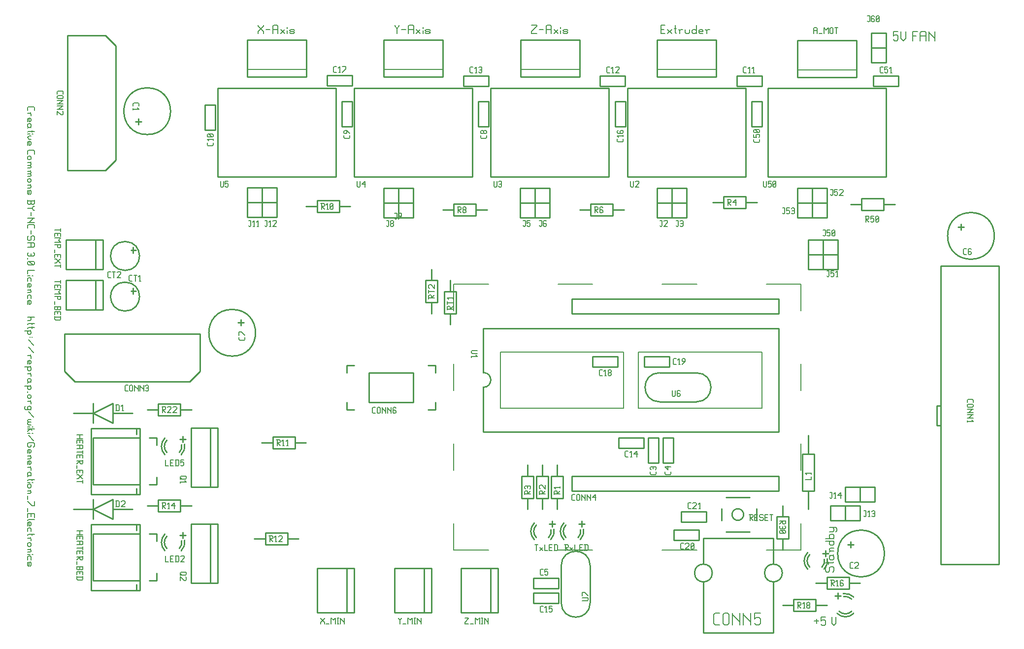
<source format=gbr>
G04 start of page 8 for group -4079 idx -4079 *
G04 Title: (unknown), topsilk *
G04 Creator: pcb 20110918 *
G04 CreationDate: Thu 19 Dec 2013 05:48:54 PM GMT UTC *
G04 For: main-user *
G04 Format: Gerber/RS-274X *
G04 PCB-Dimensions: 1574803 787402 *
G04 PCB-Coordinate-Origin: lower left *
%MOIN*%
%FSLAX25Y25*%
%LNTOPSILK*%
%ADD293C,0.0080*%
%ADD292C,0.0060*%
%ADD291C,0.0100*%
%ADD290C,0.0063*%
%ADD289C,0.0057*%
%ADD288C,0.0050*%
G54D288*X528950Y584297D02*Y582482D01*
X529555Y584902D02*X528950Y584297D01*
X529555Y584902D02*X533185D01*
X533790Y584297D01*
Y582482D01*
X528950Y580425D02*X530765D01*
X531370Y579820D01*
Y578610D01*
Y581030D02*X530765Y580425D01*
X528950Y576553D02*Y574738D01*
X529555Y577158D02*X528950Y576553D01*
X529555Y577158D02*X530765D01*
X531370Y576553D01*
Y575343D01*
X530765Y574738D01*
X530160Y577158D02*Y574738D01*
X530765D01*
X531370Y571471D02*X530765Y570866D01*
X531370Y572681D02*Y571471D01*
X530765Y573286D02*X531370Y572681D01*
X529555Y573286D02*X530765D01*
X529555D02*X528950Y572681D01*
X529555Y570866D02*X531370D01*
X529555D02*X528950Y570261D01*
Y572681D02*Y571471D01*
X529555Y570866D01*
Y568204D02*X533790D01*
X529555D02*X528950Y567599D01*
X531975Y568809D02*Y567599D01*
Y566389D02*X532580D01*
X528950D02*X530765D01*
X530160Y565179D02*X531370D01*
X530160D02*X528950Y563969D01*
X530160Y562759D01*
X531370D01*
X528950Y560702D02*Y558887D01*
X529555Y561307D02*X528950Y560702D01*
X529555Y561307D02*X530765D01*
X531370Y560702D01*
Y559492D01*
X530765Y558887D01*
X530160Y561307D02*Y558887D01*
X530765D01*
X528950Y554652D02*Y552837D01*
X529555Y555257D02*X528950Y554652D01*
X529555Y555257D02*X533185D01*
X533790Y554652D01*
Y552837D01*
X529555Y551385D02*X530765D01*
X531370Y550780D01*
Y549570D01*
X530765Y548965D01*
X529555D02*X530765D01*
X528950Y549570D02*X529555Y548965D01*
X528950Y550780D02*Y549570D01*
X529555Y551385D02*X528950Y550780D01*
Y546908D02*X530765D01*
X531370Y546303D01*
Y545698D01*
X530765Y545093D01*
X528950D02*X530765D01*
X531370Y544488D01*
Y543883D01*
X530765Y543278D01*
X528950D02*X530765D01*
X531370Y547513D02*X530765Y546908D01*
X528950Y541221D02*X530765D01*
X531370Y540616D01*
Y540011D01*
X530765Y539406D01*
X528950D02*X530765D01*
X531370Y538801D01*
Y538196D01*
X530765Y537591D01*
X528950D02*X530765D01*
X531370Y541826D02*X530765Y541221D01*
X529555Y536139D02*X530765D01*
X531370Y535534D01*
Y534324D01*
X530765Y533719D01*
X529555D02*X530765D01*
X528950Y534324D02*X529555Y533719D01*
X528950Y535534D02*Y534324D01*
X529555Y536139D02*X528950Y535534D01*
Y531662D02*X530765D01*
X531370Y531057D01*
Y530452D01*
X530765Y529847D01*
X528950D02*X530765D01*
X531370Y532267D02*X530765Y531662D01*
X528950Y527790D02*Y525975D01*
X529555Y525370D01*
X530160Y525975D02*X529555Y525370D01*
X530160Y527790D02*Y525975D01*
X530765Y528395D02*X530160Y527790D01*
X530765Y528395D02*X531370Y527790D01*
Y525975D01*
X530765Y525370D01*
X529555Y528395D02*X528950Y527790D01*
Y521740D02*Y519320D01*
X529555Y518715D01*
X530765D01*
X531370Y519320D02*X530765Y518715D01*
X531370Y521135D02*Y519320D01*
X528950Y521135D02*X533790D01*
Y521740D02*Y519320D01*
X533185Y518715D01*
X531975D02*X533185D01*
X531370Y519320D02*X531975Y518715D01*
X533185Y517263D02*X533790D01*
X533185D02*X531975Y516053D01*
X533185Y514843D01*
X533790D01*
X528950Y516053D02*X531975D01*
X531370Y513391D02*Y510971D01*
X528950Y509519D02*X533790D01*
X533185D02*X533790D01*
X533185D02*X530160Y506494D01*
X528950D02*X533790D01*
X528950Y504437D02*Y502622D01*
X529555Y505042D02*X528950Y504437D01*
X529555Y505042D02*X533185D01*
X533790Y504437D01*
Y502622D01*
X531370Y501170D02*Y498750D01*
X533790Y494878D02*X533185Y494273D01*
X533790Y496693D02*Y494878D01*
X533185Y497298D02*X533790Y496693D01*
X531975Y497298D02*X533185D01*
X531975D02*X531370Y496693D01*
Y494878D01*
X530765Y494273D01*
X529555D02*X530765D01*
X528950Y494878D02*X529555Y494273D01*
X528950Y496693D02*Y494878D01*
X529555Y497298D02*X528950Y496693D01*
Y492821D02*X533185D01*
X533790Y492216D01*
Y490401D01*
X533185Y489796D01*
X528950D02*X533185D01*
X531370Y492821D02*Y489796D01*
X533185Y486166D02*X533790Y485561D01*
Y484351D01*
X533185Y483746D01*
X529555D02*X533185D01*
X528950Y484351D02*X529555Y483746D01*
X528950Y485561D02*Y484351D01*
X529555Y486166D02*X528950Y485561D01*
X531370D02*Y483746D01*
X528950Y482294D02*Y481689D01*
X529555Y480237D02*X528950Y479632D01*
X529555Y480237D02*X533185D01*
X533790Y479632D01*
Y478422D01*
X533185Y477817D01*
X529555D02*X533185D01*
X528950Y478422D02*X529555Y477817D01*
X528950Y479632D02*Y478422D01*
X530160Y480237D02*X532580Y477817D01*
X528950Y474187D02*X533790D01*
X528950D02*Y471767D01*
X531975Y470315D02*X532580D01*
X528950D02*X530765D01*
X531370Y468500D02*Y466685D01*
X530765Y469105D02*X531370Y468500D01*
X529555Y469105D02*X530765D01*
X529555D02*X528950Y468500D01*
Y466685D01*
Y464628D02*Y462813D01*
X529555Y465233D02*X528950Y464628D01*
X529555Y465233D02*X530765D01*
X531370Y464628D01*
Y463418D01*
X530765Y462813D01*
X530160Y465233D02*Y462813D01*
X530765D01*
X528950Y460756D02*X530765D01*
X531370Y460151D01*
Y459546D01*
X530765Y458941D01*
X528950D02*X530765D01*
X531370Y461361D02*X530765Y460756D01*
X531370Y456884D02*Y455069D01*
X530765Y457489D02*X531370Y456884D01*
X529555Y457489D02*X530765D01*
X529555D02*X528950Y456884D01*
Y455069D01*
Y453012D02*Y451197D01*
X529555Y453617D02*X528950Y453012D01*
X529555Y453617D02*X530765D01*
X531370Y453012D01*
Y451802D01*
X530765Y451197D01*
X530160Y453617D02*Y451197D01*
X530765D01*
X528950Y442402D02*X533790D01*
X530765D02*X531370Y441797D01*
Y440587D01*
X530765Y439982D01*
X528950D02*X530765D01*
X529555Y437925D02*X533790D01*
X529555D02*X528950Y437320D01*
X531975Y438530D02*Y437320D01*
X529555Y435505D02*X533790D01*
X529555D02*X528950Y434900D01*
X531975Y436110D02*Y434900D01*
X527135Y433085D02*X530765D01*
X531370Y433690D02*X530765Y433085D01*
X531370Y432480D01*
Y431270D01*
X530765Y430665D01*
X529555D02*X530765D01*
X528950Y431270D02*X529555Y430665D01*
X528950Y432480D02*Y431270D01*
X529555Y433085D02*X528950Y432480D01*
X531975Y429213D02*Y428608D01*
X530765Y429213D02*Y428608D01*
X529555Y427156D02*X533185Y423526D01*
X529555Y422074D02*X533185Y418444D01*
X528950Y416387D02*X530765D01*
X531370Y415782D01*
Y414572D01*
Y416992D02*X530765Y416387D01*
X528950Y412515D02*Y410700D01*
X529555Y413120D02*X528950Y412515D01*
X529555Y413120D02*X530765D01*
X531370Y412515D01*
Y411305D01*
X530765Y410700D01*
X530160Y413120D02*Y410700D01*
X530765D01*
X527135Y408643D02*X530765D01*
X531370Y409248D02*X530765Y408643D01*
X531370Y408038D01*
Y406828D01*
X530765Y406223D01*
X529555D02*X530765D01*
X528950Y406828D02*X529555Y406223D01*
X528950Y408038D02*Y406828D01*
X529555Y408643D02*X528950Y408038D01*
Y404166D02*X530765D01*
X531370Y403561D01*
Y402351D01*
Y404771D02*X530765Y404166D01*
X531370Y399084D02*X530765Y398479D01*
X531370Y400294D02*Y399084D01*
X530765Y400899D02*X531370Y400294D01*
X529555Y400899D02*X530765D01*
X529555D02*X528950Y400294D01*
X529555Y398479D02*X531370D01*
X529555D02*X528950Y397874D01*
Y400294D02*Y399084D01*
X529555Y398479D01*
X527135Y395817D02*X530765D01*
X531370Y396422D02*X530765Y395817D01*
X531370Y395212D01*
Y394002D01*
X530765Y393397D01*
X529555D02*X530765D01*
X528950Y394002D02*X529555Y393397D01*
X528950Y395212D02*Y394002D01*
X529555Y395817D02*X528950Y395212D01*
Y391945D02*Y391340D01*
X529555Y389888D02*X530765D01*
X531370Y389283D01*
Y388073D01*
X530765Y387468D01*
X529555D02*X530765D01*
X528950Y388073D02*X529555Y387468D01*
X528950Y389283D02*Y388073D01*
X529555Y389888D02*X528950Y389283D01*
Y385411D02*X530765D01*
X531370Y384806D01*
Y383596D01*
Y386016D02*X530765Y385411D01*
X531370Y380329D02*X530765Y379724D01*
X531370Y381539D02*Y380329D01*
X530765Y382144D02*X531370Y381539D01*
X529555Y382144D02*X530765D01*
X529555D02*X528950Y381539D01*
Y380329D01*
X529555Y379724D01*
X527740Y382144D02*X527135Y381539D01*
Y380329D01*
X527740Y379724D01*
X531370D01*
X529555Y378272D02*X533185Y374642D01*
X529555Y373190D02*X531370D01*
X529555D02*X528950Y372585D01*
Y371980D01*
X529555Y371375D01*
X531370D01*
X529555D02*X528950Y370770D01*
Y370165D01*
X529555Y369560D01*
X531370D01*
X531975Y368108D02*X532580D01*
X528950D02*X530765D01*
X528950Y366898D02*X533790D01*
X530765D02*X528950Y365083D01*
X530765Y366898D02*X531975Y365688D01*
Y363631D02*X532580D01*
X528950D02*X530765D01*
X529555Y362421D02*X533185Y358791D01*
X533790Y354919D02*X533185Y354314D01*
X533790Y356734D02*Y354919D01*
X533185Y357339D02*X533790Y356734D01*
X529555Y357339D02*X533185D01*
X529555D02*X528950Y356734D01*
Y354919D01*
X529555Y354314D01*
X530765D01*
X531370Y354919D02*X530765Y354314D01*
X531370Y356129D02*Y354919D01*
X528950Y352257D02*Y350442D01*
X529555Y352862D02*X528950Y352257D01*
X529555Y352862D02*X530765D01*
X531370Y352257D01*
Y351047D01*
X530765Y350442D01*
X530160Y352862D02*Y350442D01*
X530765D01*
X528950Y348385D02*X530765D01*
X531370Y347780D01*
Y347175D01*
X530765Y346570D01*
X528950D02*X530765D01*
X531370Y348990D02*X530765Y348385D01*
X528950Y344513D02*Y342698D01*
X529555Y345118D02*X528950Y344513D01*
X529555Y345118D02*X530765D01*
X531370Y344513D01*
Y343303D01*
X530765Y342698D01*
X530160Y345118D02*Y342698D01*
X530765D01*
X528950Y340641D02*X530765D01*
X531370Y340036D01*
Y338826D01*
Y341246D02*X530765Y340641D01*
X531370Y335559D02*X530765Y334954D01*
X531370Y336769D02*Y335559D01*
X530765Y337374D02*X531370Y336769D01*
X529555Y337374D02*X530765D01*
X529555D02*X528950Y336769D01*
X529555Y334954D02*X531370D01*
X529555D02*X528950Y334349D01*
Y336769D02*Y335559D01*
X529555Y334954D01*
Y332292D02*X533790D01*
X529555D02*X528950Y331687D01*
X531975Y332897D02*Y331687D01*
Y330477D02*X532580D01*
X528950D02*X530765D01*
X529555Y329267D02*X530765D01*
X531370Y328662D01*
Y327452D01*
X530765Y326847D01*
X529555D02*X530765D01*
X528950Y327452D02*X529555Y326847D01*
X528950Y328662D02*Y327452D01*
X529555Y329267D02*X528950Y328662D01*
Y324790D02*X530765D01*
X531370Y324185D01*
Y323580D01*
X530765Y322975D01*
X528950D02*X530765D01*
X531370Y325395D02*X530765Y324790D01*
X528950Y321523D02*Y319103D01*
Y317651D02*X531975Y314626D01*
X533790D01*
Y317651D02*Y314626D01*
X528950Y313174D02*Y310754D01*
X531370Y309302D02*Y307487D01*
X528950Y309302D02*Y306882D01*
Y309302D02*X533790D01*
Y306882D01*
X529555Y305430D02*X533790D01*
X529555D02*X528950Y304825D01*
Y303010D02*Y301195D01*
X529555Y303615D02*X528950Y303010D01*
X529555Y303615D02*X530765D01*
X531370Y303010D01*
Y301800D01*
X530765Y301195D01*
X530160Y303615D02*Y301195D01*
X530765D01*
X531370Y299138D02*Y297323D01*
X530765Y299743D02*X531370Y299138D01*
X529555Y299743D02*X530765D01*
X529555D02*X528950Y299138D01*
Y297323D01*
X529555Y295266D02*X533790D01*
X529555D02*X528950Y294661D01*
X531975Y295871D02*Y294661D01*
X528950Y292846D02*X530765D01*
X531370Y292241D01*
Y291031D01*
Y293451D02*X530765Y292846D01*
X529555Y289579D02*X530765D01*
X531370Y288974D01*
Y287764D01*
X530765Y287159D01*
X529555D02*X530765D01*
X528950Y287764D02*X529555Y287159D01*
X528950Y288974D02*Y287764D01*
X529555Y289579D02*X528950Y288974D01*
Y285102D02*X530765D01*
X531370Y284497D01*
Y283892D01*
X530765Y283287D01*
X528950D02*X530765D01*
X531370Y285707D02*X530765Y285102D01*
X531975Y281835D02*X532580D01*
X528950D02*X530765D01*
X531370Y280020D02*Y278205D01*
X530765Y280625D02*X531370Y280020D01*
X529555Y280625D02*X530765D01*
X529555D02*X528950Y280020D01*
Y278205D01*
Y276148D02*Y274333D01*
X529555Y273728D01*
X530160Y274333D02*X529555Y273728D01*
X530160Y276148D02*Y274333D01*
X530765Y276753D02*X530160Y276148D01*
X530765Y276753D02*X531370Y276148D01*
Y274333D01*
X530765Y273728D01*
X529555Y276753D02*X528950Y276148D01*
G54D289*X777559Y640031D02*Y639316D01*
X778989Y637886D01*
X780419Y639316D01*
Y640031D02*Y639316D01*
X778989Y637886D02*Y634311D01*
X782135Y637171D02*X784995D01*
X786711Y639316D02*Y634311D01*
Y639316D02*X787426Y640031D01*
X789571D01*
X790286Y639316D01*
Y634311D01*
X786711Y637171D02*X790286D01*
X792002D02*X794862Y634311D01*
X792002D02*X794862Y637171D01*
X796578Y638601D02*Y637886D01*
Y636456D02*Y634311D01*
X798723D02*X800868D01*
X801583Y635026D01*
X800868Y635741D02*X801583Y635026D01*
X798723Y635741D02*X800868D01*
X798008Y636456D02*X798723Y635741D01*
X798008Y636456D02*X798723Y637171D01*
X800868D01*
X801583Y636456D01*
X798008Y635026D02*X798723Y634311D01*
X870059Y640031D02*X873634D01*
Y639316D01*
X870059Y635741D02*X873634Y639316D01*
X870059Y635741D02*Y634311D01*
X873634D01*
X875350Y637171D02*X878210D01*
X879926Y639316D02*Y634311D01*
Y639316D02*X880641Y640031D01*
X882786D01*
X883501Y639316D01*
Y634311D01*
X879926Y637171D02*X883501D01*
X885217D02*X888077Y634311D01*
X885217D02*X888077Y637171D01*
X889793Y638601D02*Y637886D01*
Y636456D02*Y634311D01*
X891938D02*X894083D01*
X894798Y635026D01*
X894083Y635741D02*X894798Y635026D01*
X891938Y635741D02*X894083D01*
X891223Y636456D02*X891938Y635741D01*
X891223Y636456D02*X891938Y637171D01*
X894083D01*
X894798Y636456D01*
X891223Y635026D02*X891938Y634311D01*
X685059Y640031D02*Y639316D01*
X688634Y635741D01*
Y634311D01*
X685059Y635741D02*Y634311D01*
Y635741D02*X688634Y639316D01*
Y640031D02*Y639316D01*
X690350Y637171D02*X693210D01*
X694926Y639316D02*Y634311D01*
Y639316D02*X695641Y640031D01*
X697786D01*
X698501Y639316D01*
Y634311D01*
X694926Y637171D02*X698501D01*
X700217D02*X703077Y634311D01*
X700217D02*X703077Y637171D01*
X704793Y638601D02*Y637886D01*
Y636456D02*Y634311D01*
X706938D02*X709083D01*
X709798Y635026D01*
X709083Y635741D02*X709798Y635026D01*
X706938Y635741D02*X709083D01*
X706223Y636456D02*X706938Y635741D01*
X706223Y636456D02*X706938Y637171D01*
X709083D01*
X709798Y636456D01*
X706223Y635026D02*X706938Y634311D01*
X1068930Y272762D02*X1069645Y273477D01*
X1068930Y272762D02*Y270617D01*
X1069645Y269902D02*X1068930Y270617D01*
X1069645Y269902D02*X1071075D01*
X1071790Y270617D01*
Y272762D02*Y270617D01*
Y272762D02*X1072505Y273477D01*
X1073935D01*
X1074650Y272762D02*X1073935Y273477D01*
X1074650Y272762D02*Y270617D01*
X1073935Y269902D02*X1074650Y270617D01*
X1068930Y275908D02*X1073935D01*
X1074650Y276623D01*
X1071075D02*Y275193D01*
X1071790Y280198D02*X1072505Y280913D01*
X1071790Y280198D02*Y278768D01*
X1072505Y278053D02*X1071790Y278768D01*
X1072505Y278053D02*X1073935D01*
X1074650Y278768D01*
X1071790Y280913D02*X1073935D01*
X1074650Y281628D01*
Y280198D02*Y278768D01*
Y280198D02*X1073935Y280913D01*
X1072505Y284059D02*X1074650D01*
X1072505D02*X1071790Y284774D01*
Y285489D02*Y284774D01*
Y285489D02*X1072505Y286204D01*
X1074650D01*
X1071790Y283344D02*X1072505Y284059D01*
X1068930Y290780D02*X1074650D01*
Y290065D02*X1073935Y290780D01*
X1074650Y290065D02*Y288635D01*
X1073935Y287920D02*X1074650Y288635D01*
X1072505Y287920D02*X1073935D01*
X1072505D02*X1071790Y288635D01*
Y290065D02*Y288635D01*
Y290065D02*X1072505Y290780D01*
X1068930Y292496D02*X1074650D01*
X1073935D02*X1074650Y293211D01*
Y294641D02*Y293211D01*
Y294641D02*X1073935Y295356D01*
X1072505D02*X1073935D01*
X1071790Y294641D02*X1072505Y295356D01*
X1071790Y294641D02*Y293211D01*
X1072505Y292496D02*X1071790Y293211D01*
Y297072D02*X1073935D01*
X1074650Y297787D01*
X1071790Y299932D02*X1076080D01*
X1076795Y299217D02*X1076080Y299932D01*
X1076795Y299217D02*Y297787D01*
X1076080Y297072D02*X1076795Y297787D01*
X1074650Y299217D02*Y297787D01*
Y299217D02*X1073935Y299932D01*
X1061500Y236612D02*X1064360D01*
X1062930Y238042D02*Y235182D01*
X1066076Y239472D02*X1068936D01*
X1066076D02*Y236612D01*
X1066791Y237327D01*
X1068221D01*
X1068936Y236612D01*
Y234467D01*
X1068221Y233752D02*X1068936Y234467D01*
X1066791Y233752D02*X1068221D01*
X1066076Y234467D02*X1066791Y233752D01*
X1073226Y239472D02*Y235182D01*
X1074656Y233752D01*
X1076086Y235182D01*
Y239472D02*Y235182D01*
X957559Y637171D02*X959704D01*
X957559Y634311D02*X960419D01*
X957559Y640031D02*Y634311D01*
Y640031D02*X960419D01*
X962135Y637171D02*X964995Y634311D01*
X962135D02*X964995Y637171D01*
X967426Y640031D02*Y635026D01*
X968141Y634311D01*
X966711Y637886D02*X968141D01*
X970286Y636456D02*Y634311D01*
Y636456D02*X971001Y637171D01*
X972431D01*
X969571D02*X970286Y636456D01*
X974147Y637171D02*Y635026D01*
X974862Y634311D01*
X976292D01*
X977007Y635026D01*
Y637171D02*Y635026D01*
X981583Y640031D02*Y634311D01*
X980868D02*X981583Y635026D01*
X979438Y634311D02*X980868D01*
X978723Y635026D02*X979438Y634311D01*
X978723Y636456D02*Y635026D01*
Y636456D02*X979438Y637171D01*
X980868D01*
X981583Y636456D01*
X984014Y634311D02*X986159D01*
X983299Y635026D02*X984014Y634311D01*
X983299Y636456D02*Y635026D01*
Y636456D02*X984014Y637171D01*
X985444D01*
X986159Y636456D01*
X983299Y635741D02*X986159D01*
Y636456D02*Y635741D01*
X988590Y636456D02*Y634311D01*
Y636456D02*X989305Y637171D01*
X990735D01*
X987875D02*X988590Y636456D01*
G54D290*X1115000Y635812D02*X1118180D01*
X1115000D02*Y632632D01*
X1115795Y633427D01*
X1117385D01*
X1118180Y632632D01*
Y630247D01*
X1117385Y629452D02*X1118180Y630247D01*
X1115795Y629452D02*X1117385D01*
X1115000Y630247D02*X1115795Y629452D01*
X1120088Y635812D02*Y631042D01*
X1121678Y629452D01*
X1123268Y631042D01*
Y635812D02*Y631042D01*
X1128038Y635812D02*Y629452D01*
Y635812D02*X1131218D01*
X1128038Y632632D02*X1130423D01*
X1133126Y635017D02*Y629452D01*
Y635017D02*X1133921Y635812D01*
X1136306D01*
X1137101Y635017D01*
Y629452D01*
X1133126Y632632D02*X1137101D01*
X1139009Y635812D02*Y629452D01*
Y635812D02*Y635017D01*
X1142984Y631042D01*
Y635812D02*Y629452D01*
G54D291*X802500Y452402D02*Y444902D01*
Y474902D02*Y467402D01*
X798500Y452402D02*X806500D01*
X798500Y467402D02*X806500D01*
X798500D02*Y452402D01*
X806500Y467402D02*Y452402D01*
X815000Y444902D02*Y437402D01*
Y467402D02*Y459902D01*
X811000Y444902D02*X819000D01*
X811000Y459902D02*X819000D01*
X811000D02*Y444902D01*
X819000Y459902D02*Y444902D01*
X805000Y379902D02*Y384902D01*
Y379902D02*X800000D01*
X745000D02*Y384902D01*
Y379902D02*X750000D01*
X805000Y409902D02*Y404902D01*
Y409902D02*X800000D01*
X745000D02*Y404902D01*
Y409902D02*X750000D01*
X790000Y404902D02*Y384902D01*
X760000Y404902D02*Y384902D01*
X790000D01*
X760000Y404902D02*X790000D01*
X797500Y272402D02*Y242402D01*
X777500Y272402D02*X802500D01*
X777500Y242402D02*X802500D01*
Y272402D02*Y242402D01*
X777500Y272402D02*Y242402D01*
X770000Y519902D02*X780000D01*
Y529902D02*X770000D01*
X780000Y509902D02*Y529902D01*
X770000Y509902D02*X780000D01*
X770000Y529902D02*Y509902D01*
X750000Y537402D02*X830000D01*
X750000Y597402D02*Y537402D01*
Y597402D02*X830000D01*
Y537402D01*
G54D292*X770059Y609961D02*X810059D01*
G54D291*Y629961D02*Y604961D01*
X770059Y629961D02*Y604961D01*
X810059D01*
X770059Y629961D02*X810059D01*
X780000Y519902D02*X790000D01*
Y529902D02*X780000D01*
X790000Y509902D02*Y529902D01*
X780000Y509902D02*X790000D01*
X780000Y529902D02*Y509902D01*
X745000Y272402D02*Y242402D01*
X725000Y272402D02*X750000D01*
X725000Y242402D02*X750000D01*
Y272402D02*Y242402D01*
X725000Y272402D02*Y242402D01*
X682500Y292402D02*X690000D01*
X705000D02*X712500D01*
X690000Y296402D02*Y288402D01*
X705000Y296402D02*Y288402D01*
X690000Y296402D02*X705000D01*
X690000Y288402D02*X705000D01*
X634000Y361902D02*Y357902D01*
X632000Y359902D02*X636000D01*
X623328Y359074D02*G75*G03X623328Y350730I4172J-4172D01*G01*
X631672Y350730D02*G75*G03X633310Y355927I-4172J4172D01*G01*
X621914Y360488D02*G75*G03X621914Y349316I5586J-5586D01*G01*
X633086Y349316D02*G75*G03X635280Y356274I-5586J5586D01*G01*
X602791Y367143D02*Y363143D01*
Y326543D02*Y322543D01*
X572091Y367143D02*X604941D01*
X572091Y322543D02*X604941D01*
Y367143D02*Y322543D01*
X572091Y367143D02*Y322543D01*
X611541Y360591D02*X616541D01*
X611541Y329095D02*X616541D01*
Y360591D02*Y355591D01*
Y334095D02*Y329095D01*
X573341Y360591D02*X604941D01*
X573341Y329095D02*X604941D01*
X573341Y360591D02*Y329095D01*
X602791Y302143D02*Y298143D01*
Y261543D02*Y257543D01*
X572091Y302143D02*X604941D01*
X572091Y257543D02*X604941D01*
Y302143D02*Y257543D01*
X572091Y302143D02*Y257543D01*
X611541Y295591D02*X616541D01*
X611541Y264095D02*X616541D01*
Y295591D02*Y290591D01*
Y269095D02*Y264095D01*
X573341Y295591D02*X604941D01*
X573341Y264095D02*X604941D01*
X573341Y295591D02*Y264095D01*
X573300Y319002D02*Y305802D01*
X586700D02*X573300Y312402D01*
X586700Y319002D02*Y305802D01*
X573300Y312402D02*X586700Y319002D01*
Y312402D02*X600000D01*
X560000D02*X573300D01*
X634000Y296902D02*Y292902D01*
X632000Y294902D02*X636000D01*
X623328Y294074D02*G75*G03X623328Y285730I4172J-4172D01*G01*
X631672Y285730D02*G75*G03X633310Y290927I-4172J4172D01*G01*
X621914Y295488D02*G75*G03X621914Y284316I5586J-5586D01*G01*
X633086Y284316D02*G75*G03X635280Y291274I-5586J5586D01*G01*
X610000Y314902D02*X617500D01*
X632500D02*X640000D01*
X617500Y318902D02*Y310902D01*
X632500Y318902D02*Y310902D01*
X617500Y318902D02*X632500D01*
X617500Y310902D02*X632500D01*
X610000Y379902D02*X617500D01*
X632500D02*X640000D01*
X617500Y383902D02*Y375902D01*
X632500Y383902D02*Y375902D01*
X617500Y383902D02*X632500D01*
X617500Y375902D02*X632500D01*
X645800Y405602D02*X638800Y398602D01*
X554200Y405602D02*X561200Y398602D01*
X638800D01*
X554200Y431202D02*X645800D01*
Y405602D01*
X554200Y431202D02*Y405602D01*
X573300Y384002D02*Y370802D01*
X586700D02*X573300Y377402D01*
X586700Y384002D02*Y370802D01*
X573300Y377402D02*X586700Y384002D01*
Y377402D02*X600000D01*
X560000D02*X573300D01*
X639840Y367402D02*Y327402D01*
X652590Y367402D02*Y327402D01*
X657590Y367402D02*Y327402D01*
X639840D02*X657590D01*
X639840Y367402D02*X657590D01*
X639840Y302402D02*Y262402D01*
X652590Y302402D02*Y262402D01*
X657590Y302402D02*Y262402D01*
X639840D02*X657590D01*
X639840Y302402D02*X657590D01*
X671500Y438702D02*X675500D01*
X673500Y440702D02*Y436702D01*
X667500Y447602D02*G75*G03X667500Y447602I0J-15800D01*G01*
X687500Y357402D02*X695000D01*
X710000D02*X717500D01*
X695000Y361402D02*Y353402D01*
X710000Y361402D02*Y353402D01*
X695000Y361402D02*X710000D01*
X695000Y353402D02*X710000D01*
X575000Y467402D02*Y447402D01*
X555000Y467402D02*X580000D01*
X555000Y447402D02*X580000D01*
Y467402D02*Y447402D01*
X555000Y467402D02*Y447402D01*
X599000Y460202D02*X602500D01*
X600500Y462202D02*Y458202D01*
X595000Y466102D02*G75*G03X595000Y466102I0J-9800D01*G01*
X575000Y494902D02*Y474902D01*
X555000Y494902D02*X580000D01*
X555000Y474902D02*X580000D01*
Y494902D02*Y474902D01*
X555000Y494902D02*Y474902D01*
X599000Y487702D02*X602500D01*
X600500Y489702D02*Y485702D01*
X595000Y493602D02*G75*G03X595000Y493602I0J-9800D01*G01*
X602000Y574902D02*X606000D01*
X604000Y576902D02*Y572902D01*
X610000Y566002D02*G75*G03X610000Y566002I0J15800D01*G01*
X657559Y537461D02*X737559D01*
X657559Y597461D02*Y537461D01*
Y597461D02*X737559D01*
Y537461D01*
X741559Y588461D02*Y571461D01*
Y588461D02*X748559D01*
Y571461D01*
X741559D02*X748559D01*
X649059Y585961D02*Y568961D01*
Y585961D02*X656059D01*
Y568961D01*
X649059D02*X656059D01*
X731559Y598961D02*X748559D01*
X731559Y605961D02*Y598961D01*
Y605961D02*X748559D01*
Y598961D01*
G54D292*X677559Y609961D02*X717559D01*
G54D291*Y629961D02*Y604961D01*
X677559Y629961D02*Y604961D01*
X717559D01*
X677559Y629961D02*X717559D01*
X581800Y633202D02*X588800Y626202D01*
X581800Y541602D02*X588800Y548602D01*
Y626202D02*Y548602D01*
X556200Y633202D02*Y541602D01*
Y633202D02*X581800D01*
X556200Y541602D02*X581800D01*
X687559Y519961D02*X697559D01*
Y529961D02*X687559D01*
X697559Y509961D02*Y529961D01*
X687559Y509961D02*X697559D01*
X687559Y529961D02*Y509961D01*
X677559Y519961D02*X687559D01*
Y529961D02*X677559D01*
X687559Y509961D02*Y529961D01*
X677559Y509961D02*X687559D01*
X677559Y529961D02*Y509961D01*
X739941Y517343D02*X747441D01*
X717441D02*X724941D01*
X739941Y521343D02*Y513343D01*
X724941Y521343D02*Y513343D01*
X739941D01*
X724941Y521343D02*X739941D01*
X956700Y404702D02*X981700D01*
X956700Y385102D02*X981700D01*
X956700Y404702D02*G75*G03X956700Y385102I0J-9800D01*G01*
X981700D02*G75*G03X981700Y404702I0J9800D01*G01*
X946500Y408902D02*X963500D01*
X946500Y415902D02*Y408902D01*
Y415902D02*X963500D01*
Y408902D01*
X911500Y415902D02*X928500D01*
Y408902D01*
X911500D01*
Y415902D01*
G54D292*X849000Y418902D02*X932500D01*
X849000D02*Y380902D01*
X932500Y418902D02*Y380902D01*
X849000D02*X932500D01*
X942500Y418902D02*X1026000D01*
Y380902D01*
X942500Y418902D02*Y380902D01*
X1026000D01*
G54D291*X837500Y364902D02*X1037500D01*
Y434902D02*Y364902D01*
X837500Y434902D02*X1037500D01*
X837500Y394902D02*Y364902D01*
Y434902D02*Y404902D01*
Y394902D02*G75*G03X837500Y404902I0J5000D01*G01*
G54D292*X1052500Y464902D02*Y446902D01*
Y410902D02*Y392902D01*
Y356902D02*Y338902D01*
Y302902D02*Y284902D01*
X817500Y464902D02*X841000D01*
X888000D02*X911500D01*
X958500D02*X982000D01*
X1029000D02*X1052500D01*
X817500D02*Y446902D01*
Y410902D02*Y392902D01*
Y356902D02*Y338902D01*
Y302902D02*Y284902D01*
X841000D01*
X888000D02*X911500D01*
X958500D02*X982000D01*
X1029000D02*X1052500D01*
G54D291*X1037500Y454902D02*Y444902D01*
X897500Y454902D02*X1037500D01*
X897500D02*Y444902D01*
X1037500D01*
Y334902D02*Y324902D01*
X897500Y334902D02*X1037500D01*
X897500D02*Y324902D01*
X1037500D01*
X877500Y319902D02*Y312402D01*
Y342402D02*Y334902D01*
X873500Y319902D02*X881500D01*
X873500Y334902D02*X881500D01*
X873500D02*Y319902D01*
X881500Y334902D02*Y319902D01*
X871500Y334902D02*Y319902D01*
X863500Y334902D02*Y319902D01*
Y334902D02*X871500D01*
X863500Y319902D02*X871500D01*
X867500Y342402D02*Y334902D01*
Y319902D02*Y312402D01*
X891500Y334902D02*Y319902D01*
X883500Y334902D02*Y319902D01*
Y334902D02*X891500D01*
X883500Y319902D02*X891500D01*
X887500Y342402D02*Y334902D01*
Y319902D02*Y312402D01*
X902000Y302402D02*X906000D01*
X904000Y304402D02*Y300402D01*
X903086Y291816D02*G75*G03X905280Y298774I-5586J5586D01*G01*
X891914Y302988D02*G75*G03X891914Y291816I5586J-5586D01*G01*
X901672Y293230D02*G75*G03X903310Y298427I-4172J4172D01*G01*
X893328Y301574D02*G75*G03X893328Y293230I4172J-4172D01*G01*
X882000Y302402D02*X886000D01*
X884000Y304402D02*Y300402D01*
X883086Y291816D02*G75*G03X885280Y298774I-5586J5586D01*G01*
X871914Y302988D02*G75*G03X871914Y291816I5586J-5586D01*G01*
X881672Y293230D02*G75*G03X883310Y298427I-4172J4172D01*G01*
X873328Y301574D02*G75*G03X873328Y293230I4172J-4172D01*G01*
X871500Y255902D02*X888500D01*
Y248902D01*
X871500D01*
Y255902D01*
Y265902D02*X888500D01*
Y258902D01*
X871500D01*
Y265902D01*
X890200Y274102D02*Y249102D01*
X909800Y274102D02*Y249102D01*
X890200D02*G75*G03X909800Y249102I9800J0D01*G01*
Y274102D02*G75*G03X890200Y274102I-9800J0D01*G01*
X842500Y272402D02*Y242402D01*
X822500Y272402D02*X847500D01*
X822500Y242402D02*X847500D01*
Y272402D02*Y242402D01*
X822500Y272402D02*Y242402D01*
X966000Y360902D02*Y343902D01*
X959000D02*X966000D01*
X959000Y360902D02*Y343902D01*
Y360902D02*X966000D01*
X956000D02*Y343902D01*
X949000D02*X956000D01*
X949000Y360902D02*Y343902D01*
Y360902D02*X956000D01*
X929000Y353902D02*X946000D01*
X929000Y360902D02*Y353902D01*
Y360902D02*X946000D01*
Y353902D01*
X1082500Y314902D02*Y304902D01*
X1072500Y314902D02*Y304902D01*
Y314902D02*X1092500D01*
Y304902D01*
X1072500D02*X1092500D01*
X1069000Y284402D02*Y280402D01*
X1067000Y282402D02*X1071000D01*
X1058328Y281574D02*G75*G03X1058328Y273230I4172J-4172D01*G01*
X1066672Y273230D02*G75*G03X1068310Y278427I-4172J4172D01*G01*
X1056914Y282988D02*G75*G03X1056914Y271816I5586J-5586D01*G01*
X1068086Y271816D02*G75*G03X1070280Y278774I-5586J5586D01*G01*
X1092500Y327402D02*Y317402D01*
X1082500Y327402D02*Y317402D01*
Y327402D02*X1102500D01*
Y317402D01*
X1082500D02*X1102500D01*
X1062500Y262402D02*X1070000D01*
X1085000D02*X1092500D01*
X1070000Y266402D02*Y258402D01*
X1085000Y266402D02*Y258402D01*
X1070000Y266402D02*X1085000D01*
X1070000Y258402D02*X1085000D01*
X1075500Y253902D02*X1079500D01*
X1077500Y255902D02*Y251902D01*
X1078328Y243230D02*G75*G03X1086672Y243230I4172J4172D01*G01*
X1086672Y251574D02*G75*G03X1081475Y253212I-4172J-4172D01*G01*
X1076914Y241816D02*G75*G03X1088086Y241816I5586J5586D01*G01*
X1088086Y252988D02*G75*G03X1081128Y255182I-5586J-5586D01*G01*
X1040000Y314902D02*Y307402D01*
Y292402D02*Y284902D01*
X1036000Y307402D02*X1044000D01*
X1036000Y292402D02*X1044000D01*
Y307402D02*Y292402D01*
X1036000Y307402D02*Y292402D01*
X1053500Y324902D02*X1061500D01*
Y349902D02*Y324902D01*
X1053500Y349902D02*X1061500D01*
X1053500D02*Y324902D01*
X1057500Y362402D02*Y349902D01*
Y324902D02*Y312402D01*
X1086200Y290402D02*Y286402D01*
X1084200Y288402D02*X1088200D01*
X1077300Y282402D02*G75*G03X1077300Y282402I15800J0D01*G01*
X1040000Y247402D02*X1047500D01*
X1062500D02*X1070000D01*
X1047500Y251402D02*Y243402D01*
X1062500Y251402D02*Y243402D01*
X1047500Y251402D02*X1062500D01*
X1047500Y243402D02*X1062500D01*
X1033800Y263202D02*Y228702D01*
X986400D02*X1033800D01*
X986400Y263202D02*Y228702D01*
X1033800Y292702D02*Y275202D01*
X986400Y292702D02*X1033800D01*
X986400D02*Y275202D01*
X1039800Y269202D02*G75*G03X1039800Y269202I-6000J0D01*G01*
X992400D02*G75*G03X992400Y269202I-6000J0D01*G01*
X971500Y303902D02*X988500D01*
X971500Y310902D02*Y303902D01*
Y310902D02*X988500D01*
Y303902D01*
X1001831Y320571D02*X1017579D01*
X1001831Y296949D02*X1017579D01*
X1022500Y312697D02*Y304823D01*
X998878Y312697D02*Y304823D01*
X1013642Y308760D02*G75*G03X1009705Y312697I-3937J0D01*G01*
X1009704Y304823D02*G75*G03X1013642Y308761I0J3938D01*G01*
X1005768Y308760D02*G75*G03X1009705Y304823I3937J0D01*G01*
Y312697D02*G75*G03X1005768Y308760I0J-3937D01*G01*
X966500Y291402D02*X983500D01*
X966500Y298402D02*Y291402D01*
Y298402D02*X983500D01*
Y291402D01*
X1146989Y477048D02*Y275080D01*
X1186359Y477048D02*Y275080D01*
X1146989D02*X1186359D01*
X1144234Y368979D02*X1146990D01*
X1144234Y382364D02*X1146990D01*
X1144234D02*Y368979D01*
X1146989Y477048D02*X1186359D01*
X1160600Y505402D02*Y501402D01*
X1158600Y503402D02*X1162600D01*
X1151700Y497402D02*G75*G03X1151700Y497402I15800J0D01*G01*
X1057500Y494902D02*X1077500D01*
X1057500D02*Y484902D01*
X1077500D01*
Y494902D02*Y484902D01*
X1067500Y494902D02*Y484902D01*
X1057500D02*X1077500D01*
X1057500D02*Y474902D01*
X1077500D01*
Y484902D02*Y474902D01*
X1067500Y484902D02*Y474902D01*
X1009000Y598902D02*X1026000D01*
X1009000Y605902D02*Y598902D01*
Y605902D02*X1026000D01*
Y598902D01*
X1101500D02*X1118500D01*
X1101500Y605902D02*Y598902D01*
Y605902D02*X1118500D01*
Y598902D01*
X1100000Y634902D02*Y614902D01*
X1110000D01*
Y634902D02*Y614902D01*
X1100000Y634902D02*X1110000D01*
X1100000Y624902D02*X1110000D01*
X1050000Y629902D02*X1090000D01*
X1050000Y604902D02*X1090000D01*
X1050000Y629902D02*Y604902D01*
X1090000Y629902D02*Y604902D01*
G54D292*X1050000Y609902D02*X1090000D01*
G54D291*X1093500Y522902D02*X1108500D01*
X1093500Y514902D02*X1108500D01*
X1093500Y522902D02*Y514902D01*
X1108500Y522902D02*Y514902D01*
X1086000Y518902D02*X1093500D01*
X1108500D02*X1116000D01*
X1060000Y529902D02*Y509902D01*
X1070000D01*
Y529902D01*
X1060000D01*
Y519902D02*X1070000D01*
X1050000Y529902D02*Y509902D01*
X1060000D01*
Y529902D01*
X1050000D01*
Y519902D02*X1060000D01*
X1030000Y537402D02*X1110000D01*
X1030000Y597402D02*Y537402D01*
Y597402D02*X1110000D01*
Y537402D01*
X935000D02*X1015000D01*
X935000Y597402D02*Y537402D01*
Y597402D02*X1015000D01*
Y537402D01*
X842500D02*X922500D01*
X842500Y597402D02*Y537402D01*
Y597402D02*X922500D01*
Y537402D01*
X1019000Y588402D02*Y571402D01*
Y588402D02*X1026000D01*
Y571402D01*
X1019000D02*X1026000D01*
X834059Y588461D02*Y571461D01*
Y588461D02*X841059D01*
Y571461D01*
X834059D02*X841059D01*
X926559Y588461D02*Y571461D01*
Y588461D02*X933559D01*
Y571461D01*
X926559D02*X933559D01*
X916500Y598902D02*X933500D01*
X916500Y605902D02*Y598902D01*
Y605902D02*X933500D01*
Y598902D01*
G54D292*X862559Y609961D02*X902559D01*
G54D291*Y629961D02*Y604961D01*
X862559Y629961D02*Y604961D01*
X902559D01*
X862559Y629961D02*X902559D01*
X824000Y598902D02*X841000D01*
X824000Y605902D02*Y598902D01*
Y605902D02*X841000D01*
Y598902D01*
X1000059Y523961D02*X1015059D01*
X1000059Y515961D02*X1015059D01*
X1000059Y523961D02*Y515961D01*
X1015059Y523961D02*Y515961D01*
X992559Y519961D02*X1000059D01*
X1015059D02*X1022559D01*
X955000Y519902D02*X965000D01*
Y529902D02*X955000D01*
X965000Y509902D02*Y529902D01*
X955000Y509902D02*X965000D01*
X955000Y529902D02*Y509902D01*
X965000Y519902D02*X975000D01*
Y529902D02*X965000D01*
X975000Y509902D02*Y529902D01*
X965000Y509902D02*X975000D01*
X965000Y529902D02*Y509902D01*
X862500Y519902D02*X872500D01*
Y529902D02*X862500D01*
X872500Y509902D02*Y529902D01*
X862500Y509902D02*X872500D01*
X862500Y529902D02*Y509902D01*
X872500Y519902D02*X882500D01*
Y529902D02*X872500D01*
X882500Y509902D02*Y529902D01*
X872500Y509902D02*X882500D01*
X872500Y529902D02*Y509902D01*
X925059Y514961D02*X932559D01*
X902559D02*X910059D01*
X925059Y518961D02*Y510961D01*
X910059Y518961D02*Y510961D01*
X925059D01*
X910059Y518961D02*X925059D01*
X832441Y514961D02*X839941D01*
X809941D02*X817441D01*
X832441Y518961D02*Y510961D01*
X817441Y518961D02*Y510961D01*
X832441D01*
X817441Y518961D02*X832441D01*
G54D292*X955059Y609961D02*X995059D01*
G54D291*Y629961D02*Y604961D01*
X955059Y629961D02*Y604961D01*
X995059D01*
X955059Y629961D02*X995059D01*
G54D288*X904500Y250452D02*X908000D01*
X908500Y250952D01*
Y251952D02*Y250952D01*
Y251952D02*X908000Y252452D01*
X904500D02*X908000D01*
X908500Y253652D02*X906000Y256152D01*
X904500D02*X906000D01*
X904500D02*Y253652D01*
X825000Y238902D02*X827500D01*
Y238402D01*
X825000Y235902D02*X827500Y238402D01*
X825000Y235902D02*Y234902D01*
X827500D01*
X828700D02*X830700D01*
X831900Y238902D02*Y234902D01*
Y238902D02*X833400Y237402D01*
X834900Y238902D01*
Y234902D01*
X836100Y238902D02*X837100D01*
X836600D02*Y234902D01*
X836100D02*X837100D01*
X838300Y238902D02*Y234902D01*
Y238902D02*Y238402D01*
X840800Y235902D01*
Y238902D02*Y234902D01*
X727500Y238902D02*Y238402D01*
X730000Y235902D01*
Y234902D01*
X727500Y235902D02*Y234902D01*
Y235902D02*X730000Y238402D01*
Y238902D02*Y238402D01*
X731200Y234902D02*X733200D01*
X734400Y238902D02*Y234902D01*
Y238902D02*X735900Y237402D01*
X737400Y238902D01*
Y234902D01*
X738600Y238902D02*X739600D01*
X739100D02*Y234902D01*
X738600D02*X739600D01*
X740800Y238902D02*Y234902D01*
Y238902D02*Y238402D01*
X743300Y235902D01*
Y238902D02*Y234902D01*
X780000Y238902D02*Y238402D01*
X781000Y237402D01*
X782000Y238402D01*
Y238902D02*Y238402D01*
X781000Y237402D02*Y234902D01*
X783200D02*X785200D01*
X786400Y238902D02*Y234902D01*
Y238902D02*X787900Y237402D01*
X789400Y238902D01*
Y234902D01*
X790600Y238902D02*X791600D01*
X791100D02*Y234902D01*
X790600D02*X791600D01*
X792800Y238902D02*Y234902D01*
Y238902D02*Y238402D01*
X795300Y235902D01*
Y238902D02*Y234902D01*
X697500Y359402D02*X699500D01*
X700000Y358902D01*
Y357902D01*
X699500Y357402D02*X700000Y357902D01*
X698000Y357402D02*X699500D01*
X698000Y359402D02*Y355402D01*
Y357402D02*X700000Y355402D01*
X701700D02*X702700D01*
X702200Y359402D02*Y355402D01*
X701200Y358402D02*X702200Y359402D01*
X704400Y355402D02*X705400D01*
X704900Y359402D02*Y355402D01*
X703900Y358402D02*X704900Y359402D01*
X633000Y269902D02*X636000D01*
X636500Y269402D01*
Y268402D01*
X636000Y267902D01*
X633000D02*X636000D01*
X632500Y268402D02*X633000Y267902D01*
X632500Y269402D02*Y268402D01*
X633000Y269902D02*X632500Y269402D01*
X633500Y268902D02*X632500Y267902D01*
X636000Y266702D02*X636500Y266202D01*
Y264702D01*
X636000Y264202D01*
X635000D02*X636000D01*
X632500Y266702D02*X635000Y264202D01*
X632500Y266702D02*Y264202D01*
X562441Y297717D02*X566441D01*
X562441Y295217D02*X566441D01*
X564441Y297717D02*Y295217D01*
Y294017D02*Y292517D01*
X562441Y294017D02*Y292017D01*
Y294017D02*X566441D01*
Y292017D01*
X562441Y290817D02*X565941D01*
X566441Y290317D01*
Y288817D01*
X565941Y288317D01*
X562441D02*X565941D01*
X564441Y290817D02*Y288317D01*
X566441Y287117D02*Y285117D01*
X562441Y286117D02*X566441D01*
X564441Y283917D02*Y282417D01*
X562441Y283917D02*Y281917D01*
Y283917D02*X566441D01*
Y281917D01*
Y280717D02*Y278717D01*
X565941Y278217D01*
X564941D02*X565941D01*
X564441Y278717D02*X564941Y278217D01*
X564441Y280217D02*Y278717D01*
X562441Y280217D02*X566441D01*
X564441D02*X562441Y278217D01*
Y277017D02*Y275017D01*
Y273817D02*Y271817D01*
X562941Y271317D01*
X563941D01*
X564441Y271817D02*X563941Y271317D01*
X564441Y273317D02*Y271817D01*
X562441Y273317D02*X566441D01*
Y273817D02*Y271817D01*
X565941Y271317D01*
X564941D02*X565941D01*
X564441Y271817D02*X564941Y271317D01*
X564441Y270117D02*Y268617D01*
X562441Y270117D02*Y268117D01*
Y270117D02*X566441D01*
Y268117D01*
X562441Y266417D02*X566441D01*
Y264917D02*X565941Y264417D01*
X562941D02*X565941D01*
X562441Y264917D02*X562941Y264417D01*
X562441Y266917D02*Y264917D01*
X566441Y266917D02*Y264917D01*
X589200Y318002D02*Y314002D01*
X590700Y318002D02*X591200Y317502D01*
Y314502D01*
X590700Y314002D02*X591200Y314502D01*
X588700Y314002D02*X590700D01*
X588700Y318002D02*X590700D01*
X592400Y317502D02*X592900Y318002D01*
X594400D01*
X594900Y317502D01*
Y316502D01*
X592400Y314002D02*X594900Y316502D01*
X592400Y314002D02*X594900D01*
X622500Y280902D02*Y276902D01*
X624500D01*
X625700Y278902D02*X627200D01*
X625700Y276902D02*X627700D01*
X625700Y280902D02*Y276902D01*
Y280902D02*X627700D01*
X629400D02*Y276902D01*
X630900Y280902D02*X631400Y280402D01*
Y277402D01*
X630900Y276902D02*X631400Y277402D01*
X628900Y276902D02*X630900D01*
X628900Y280902D02*X630900D01*
X632600Y280402D02*X633100Y280902D01*
X634600D01*
X635100Y280402D01*
Y279402D01*
X632600Y276902D02*X635100Y279402D01*
X632600Y276902D02*X635100D01*
X620000Y316902D02*X622000D01*
X622500Y316402D01*
Y315402D01*
X622000Y314902D02*X622500Y315402D01*
X620500Y314902D02*X622000D01*
X620500Y316902D02*Y312902D01*
Y314902D02*X622500Y312902D01*
X624200D02*X625200D01*
X624700Y316902D02*Y312902D01*
X623700Y315902D02*X624700Y316902D01*
X626400Y314902D02*X628400Y316902D01*
X626400Y314902D02*X628900D01*
X628400Y316902D02*Y312902D01*
X692500Y294402D02*X694500D01*
X695000Y293902D01*
Y292902D01*
X694500Y292402D02*X695000Y292902D01*
X693000Y292402D02*X694500D01*
X693000Y294402D02*Y290402D01*
Y292402D02*X695000Y290402D01*
X696700D02*X697700D01*
X697200Y294402D02*Y290402D01*
X696200Y293402D02*X697200Y294402D01*
X698900Y293902D02*X699400Y294402D01*
X700900D01*
X701400Y293902D01*
Y292902D01*
X698900Y290402D02*X701400Y292902D01*
X698900Y290402D02*X701400D01*
X622500Y345902D02*Y341902D01*
X624500D01*
X625700Y343902D02*X627200D01*
X625700Y341902D02*X627700D01*
X625700Y345902D02*Y341902D01*
Y345902D02*X627700D01*
X629400D02*Y341902D01*
X630900Y345902D02*X631400Y345402D01*
Y342402D01*
X630900Y341902D02*X631400Y342402D01*
X628900Y341902D02*X630900D01*
X628900Y345902D02*X630900D01*
X632600D02*X634600D01*
X632600D02*Y343902D01*
X633100Y344402D01*
X634100D01*
X634600Y343902D01*
Y342402D01*
X634100Y341902D02*X634600Y342402D01*
X633100Y341902D02*X634100D01*
X632600Y342402D02*X633100Y341902D01*
X620000Y381902D02*X622000D01*
X622500Y381402D01*
Y380402D01*
X622000Y379902D02*X622500Y380402D01*
X620500Y379902D02*X622000D01*
X620500Y381902D02*Y377902D01*
Y379902D02*X622500Y377902D01*
X623700Y381402D02*X624200Y381902D01*
X625700D01*
X626200Y381402D01*
Y380402D01*
X623700Y377902D02*X626200Y380402D01*
X623700Y377902D02*X626200D01*
X627400Y381402D02*X627900Y381902D01*
X629400D01*
X629900Y381402D01*
Y380402D01*
X627400Y377902D02*X629900Y380402D01*
X627400Y377902D02*X629900D01*
X633000Y334902D02*X636000D01*
X636500Y334402D01*
Y333402D01*
X636000Y332902D01*
X633000D02*X636000D01*
X632500Y333402D02*X633000Y332902D01*
X632500Y334402D02*Y333402D01*
X633000Y334902D02*X632500Y334402D01*
X633500Y333902D02*X632500Y332902D01*
Y331202D02*Y330202D01*
Y330702D02*X636500D01*
X635500Y331702D02*X636500Y330702D01*
X595500Y392402D02*X597000D01*
X595000Y392902D02*X595500Y392402D01*
X595000Y395902D02*Y392902D01*
Y395902D02*X595500Y396402D01*
X597000D01*
X598200Y395902D02*Y392902D01*
Y395902D02*X598700Y396402D01*
X599700D01*
X600200Y395902D01*
Y392902D01*
X599700Y392402D02*X600200Y392902D01*
X598700Y392402D02*X599700D01*
X598200Y392902D02*X598700Y392402D01*
X601400Y396402D02*Y392402D01*
Y396402D02*Y395902D01*
X603900Y393402D01*
Y396402D02*Y392402D01*
X605100Y396402D02*Y392402D01*
Y396402D02*Y395902D01*
X607600Y393402D01*
Y396402D02*Y392402D01*
X608800Y395902D02*X609300Y396402D01*
X610300D01*
X610800Y395902D01*
Y392902D01*
X610300Y392402D02*X610800Y392902D01*
X609300Y392402D02*X610300D01*
X608800Y392902D02*X609300Y392402D01*
Y394402D02*X610800D01*
X562441Y362717D02*X566441D01*
X562441Y360217D02*X566441D01*
X564441Y362717D02*Y360217D01*
Y359017D02*Y357517D01*
X562441Y359017D02*Y357017D01*
Y359017D02*X566441D01*
Y357017D01*
X562441Y355817D02*X565941D01*
X566441Y355317D01*
Y353817D01*
X565941Y353317D01*
X562441D02*X565941D01*
X564441Y355817D02*Y353317D01*
X566441Y352117D02*Y350117D01*
X562441Y351117D02*X566441D01*
X564441Y348917D02*Y347417D01*
X562441Y348917D02*Y346917D01*
Y348917D02*X566441D01*
Y346917D01*
Y345717D02*Y343717D01*
X565941Y343217D01*
X564941D02*X565941D01*
X564441Y343717D02*X564941Y343217D01*
X564441Y345217D02*Y343717D01*
X562441Y345217D02*X566441D01*
X564441D02*X562441Y343217D01*
Y342017D02*Y340017D01*
X564441Y338817D02*Y337317D01*
X562441Y338817D02*Y336817D01*
Y338817D02*X566441D01*
Y336817D01*
X565941Y335617D02*X566441D01*
X565941D02*X563441Y333117D01*
X562441D02*X563441D01*
X562441Y335617D02*X563441D01*
X565941Y333117D01*
X566441D01*
Y331917D02*Y329917D01*
X562441Y330917D02*X566441D01*
X589200Y383002D02*Y379002D01*
X590700Y383002D02*X591200Y382502D01*
Y379502D01*
X590700Y379002D02*X591200Y379502D01*
X588700Y379002D02*X590700D01*
X588700Y383002D02*X590700D01*
X592900Y379002D02*X593900D01*
X593400Y383002D02*Y379002D01*
X592400Y382002D02*X593400Y383002D01*
X551500Y467402D02*Y465402D01*
X547500Y466402D02*X551500D01*
X549500Y464202D02*Y462702D01*
X547500Y464202D02*Y462202D01*
Y464202D02*X551500D01*
Y462202D01*
X547500Y461002D02*X551500D01*
X550000Y459502D01*
X551500Y458002D01*
X547500D02*X551500D01*
X547500Y456302D02*X551500D01*
Y456802D02*Y454802D01*
X551000Y454302D01*
X550000D02*X551000D01*
X549500Y454802D02*X550000Y454302D01*
X549500Y456302D02*Y454802D01*
X547500Y453102D02*Y451102D01*
Y449902D02*Y447902D01*
X548000Y447402D01*
X549000D01*
X549500Y447902D02*X549000Y447402D01*
X549500Y449402D02*Y447902D01*
X547500Y449402D02*X551500D01*
Y449902D02*Y447902D01*
X551000Y447402D01*
X550000D02*X551000D01*
X549500Y447902D02*X550000Y447402D01*
X549500Y446202D02*Y444702D01*
X547500Y446202D02*Y444202D01*
Y446202D02*X551500D01*
Y444202D01*
X547500Y442502D02*X551500D01*
Y441002D02*X551000Y440502D01*
X548000D02*X551000D01*
X547500Y441002D02*X548000Y440502D01*
X547500Y443002D02*Y441002D01*
X551500Y443002D02*Y441002D01*
X598300Y466802D02*X599800D01*
X597800Y467302D02*X598300Y466802D01*
X597800Y470302D02*Y467302D01*
Y470302D02*X598300Y470802D01*
X599800D01*
X601000D02*X603000D01*
X602000D02*Y466802D01*
X604700D02*X605700D01*
X605200Y470802D02*Y466802D01*
X604200Y469802D02*X605200Y470802D01*
X583800Y469102D02*X585300D01*
X583300Y469602D02*X583800Y469102D01*
X583300Y472602D02*Y469602D01*
Y472602D02*X583800Y473102D01*
X585300D01*
X586500D02*X588500D01*
X587500D02*Y469102D01*
X589700Y472602D02*X590200Y473102D01*
X591700D01*
X592200Y472602D01*
Y471602D01*
X589700Y469102D02*X592200Y471602D01*
X589700Y469102D02*X592200D01*
X676100Y428802D02*Y427302D01*
X675600Y426802D02*X676100Y427302D01*
X672600Y426802D02*X675600D01*
X672600D02*X672100Y427302D01*
Y428802D02*Y427302D01*
X676100Y430002D02*X673600Y432502D01*
X672100D02*X673600D01*
X672100D02*Y430002D01*
X551500Y502402D02*Y500402D01*
X547500Y501402D02*X551500D01*
X549500Y499202D02*Y497702D01*
X547500Y499202D02*Y497202D01*
Y499202D02*X551500D01*
Y497202D01*
X547500Y496002D02*X551500D01*
X550000Y494502D01*
X551500Y493002D01*
X547500D02*X551500D01*
X547500Y491302D02*X551500D01*
Y491802D02*Y489802D01*
X551000Y489302D01*
X550000D02*X551000D01*
X549500Y489802D02*X550000Y489302D01*
X549500Y491302D02*Y489802D01*
X547500Y488102D02*Y486102D01*
X549500Y484902D02*Y483402D01*
X547500Y484902D02*Y482902D01*
Y484902D02*X551500D01*
Y482902D01*
X551000Y481702D02*X551500D01*
X551000D02*X548500Y479202D01*
X547500D02*X548500D01*
X547500Y481702D02*X548500D01*
X551000Y479202D01*
X551500D01*
Y478002D02*Y476002D01*
X547500Y477002D02*X551500D01*
X549114Y595051D02*Y593551D01*
X549614Y595551D02*X549114Y595051D01*
X549614Y595551D02*X552614D01*
X553114Y595051D01*
Y593551D01*
X549614Y592351D02*X552614D01*
X553114Y591851D01*
Y590851D01*
X552614Y590351D01*
X549614D02*X552614D01*
X549114Y590851D02*X549614Y590351D01*
X549114Y591851D02*Y590851D01*
X549614Y592351D02*X549114Y591851D01*
Y589151D02*X553114D01*
X552614D02*X553114D01*
X552614D02*X550114Y586651D01*
X549114D02*X553114D01*
X549114Y585451D02*X553114D01*
X552614D02*X553114D01*
X552614D02*X550114Y582951D01*
X549114D02*X553114D01*
X552614Y581751D02*X553114Y581251D01*
Y579751D01*
X552614Y579251D01*
X551614D02*X552614D01*
X549114Y581751D02*X551614Y579251D01*
X549114Y581751D02*Y579251D01*
X659559Y534461D02*Y530961D01*
X660059Y530461D01*
X661059D01*
X661559Y530961D01*
Y534461D02*Y530961D01*
X662759Y534461D02*X664759D01*
X662759D02*Y532461D01*
X663259Y532961D01*
X664259D01*
X664759Y532461D01*
Y530961D01*
X664259Y530461D02*X664759Y530961D01*
X663259Y530461D02*X664259D01*
X662759Y530961D02*X663259Y530461D01*
X654559Y560461D02*Y558961D01*
X654059Y558461D02*X654559Y558961D01*
X651059Y558461D02*X654059D01*
X651059D02*X650559Y558961D01*
Y560461D02*Y558961D01*
X654559Y563161D02*Y562161D01*
X650559Y562661D02*X654559D01*
X651559Y561661D02*X650559Y562661D01*
X654059Y564361D02*X654559Y564861D01*
X651059Y564361D02*X654059D01*
X651059D02*X650559Y564861D01*
Y565861D02*Y564861D01*
Y565861D02*X651059Y566361D01*
X654059D01*
X654559Y565861D02*X654059Y566361D01*
X654559Y565861D02*Y564861D01*
X653559Y564361D02*X651559Y566361D01*
X600500Y586802D02*Y585302D01*
X601000Y587302D02*X600500Y586802D01*
X601000Y587302D02*X604000D01*
X604500Y586802D01*
Y585302D01*
X600500Y583602D02*Y582602D01*
Y583102D02*X604500D01*
X603500Y584102D02*X604500Y583102D01*
X800500Y456902D02*Y454902D01*
Y456902D02*X801000Y457402D01*
X802000D01*
X802500Y456902D02*X802000Y457402D01*
X802500Y456902D02*Y455402D01*
X800500D02*X804500D01*
X802500D02*X804500Y457402D01*
X800500Y460602D02*Y458602D01*
Y459602D02*X804500D01*
X801000Y461802D02*X800500Y462302D01*
Y463802D02*Y462302D01*
Y463802D02*X801000Y464302D01*
X802000D01*
X804500Y461802D02*X802000Y464302D01*
X804500D02*Y461802D01*
X813000Y449402D02*Y447402D01*
Y449402D02*X813500Y449902D01*
X814500D01*
X815000Y449402D02*X814500Y449902D01*
X815000Y449402D02*Y447902D01*
X813000D02*X817000D01*
X815000D02*X817000Y449902D01*
X813000Y453102D02*Y451102D01*
Y452102D02*X817000D01*
Y455802D02*Y454802D01*
X813000Y455302D02*X817000D01*
X814000Y454302D02*X813000Y455302D01*
X830000Y419902D02*X833500D01*
X830000D02*X829500Y419402D01*
Y418402D01*
X830000Y417902D01*
X833500D01*
X829500Y416202D02*Y415202D01*
Y415702D02*X833500D01*
X832500Y416702D02*X833500Y415702D01*
X763000Y377402D02*X764500D01*
X762500Y377902D02*X763000Y377402D01*
X762500Y380902D02*Y377902D01*
Y380902D02*X763000Y381402D01*
X764500D01*
X765700Y380902D02*Y377902D01*
Y380902D02*X766200Y381402D01*
X767200D01*
X767700Y380902D01*
Y377902D01*
X767200Y377402D02*X767700Y377902D01*
X766200Y377402D02*X767200D01*
X765700Y377902D02*X766200Y377402D01*
X768900Y381402D02*Y377402D01*
Y381402D02*Y380902D01*
X771400Y378402D01*
Y381402D02*Y377402D01*
X772600Y381402D02*Y377402D01*
Y381402D02*Y380902D01*
X775100Y378402D01*
Y381402D02*Y377402D01*
X777800Y381402D02*X778300Y380902D01*
X776800Y381402D02*X777800D01*
X776300Y380902D02*X776800Y381402D01*
X776300Y380902D02*Y377902D01*
X776800Y377402D01*
X777800Y379402D02*X778300Y378902D01*
X776300Y379402D02*X777800D01*
X776800Y377402D02*X777800D01*
X778300Y377902D01*
Y378902D02*Y377902D01*
X772003Y507802D02*X773503D01*
Y504302D01*
X773003Y503802D02*X773503Y504302D01*
X772503Y503802D02*X773003D01*
X772003Y504302D02*X772503Y503802D01*
X774703Y504302D02*X775203Y503802D01*
X774703Y505302D02*Y504302D01*
Y505302D02*X775203Y505802D01*
X776203D01*
X776703Y505302D01*
Y504302D01*
X776203Y503802D02*X776703Y504302D01*
X775203Y503802D02*X776203D01*
X774703Y506302D02*X775203Y505802D01*
X774703Y507302D02*Y506302D01*
Y507302D02*X775203Y507802D01*
X776203D01*
X776703Y507302D01*
Y506302D01*
X776203Y505802D02*X776703Y506302D01*
X819941Y516961D02*X821941D01*
X822441Y516461D01*
Y515461D01*
X821941Y514961D02*X822441Y515461D01*
X820441Y514961D02*X821941D01*
X820441Y516961D02*Y512961D01*
Y514961D02*X822441Y512961D01*
X823641Y513461D02*X824141Y512961D01*
X823641Y514461D02*Y513461D01*
Y514461D02*X824141Y514961D01*
X825141D01*
X825641Y514461D01*
Y513461D01*
X825141Y512961D02*X825641Y513461D01*
X824141Y512961D02*X825141D01*
X823641Y515461D02*X824141Y514961D01*
X823641Y516461D02*Y515461D01*
Y516461D02*X824141Y516961D01*
X825141D01*
X825641Y516461D01*
Y515461D01*
X825141Y514961D02*X825641Y515461D01*
X777503Y512802D02*X779003D01*
Y509302D01*
X778503Y508802D02*X779003Y509302D01*
X778003Y508802D02*X778503D01*
X777503Y509302D02*X778003Y508802D01*
X780203D02*X782203Y510802D01*
Y512302D02*Y510802D01*
X781703Y512802D02*X782203Y512302D01*
X780703Y512802D02*X781703D01*
X780203Y512302D02*X780703Y512802D01*
X780203Y512302D02*Y511302D01*
X780703Y510802D01*
X782203D01*
X752118Y534520D02*Y531020D01*
X752618Y530520D01*
X753618D01*
X754118Y531020D01*
Y534520D02*Y531020D01*
X755318Y532520D02*X757318Y534520D01*
X755318Y532520D02*X757818D01*
X757318Y534520D02*Y530520D01*
X727441Y519343D02*X729441D01*
X729941Y518843D01*
Y517843D01*
X729441Y517343D02*X729941Y517843D01*
X727941Y517343D02*X729441D01*
X727941Y519343D02*Y515343D01*
Y517343D02*X729941Y515343D01*
X731641D02*X732641D01*
X732141Y519343D02*Y515343D01*
X731141Y518343D02*X732141Y519343D01*
X733841Y515843D02*X734341Y515343D01*
X733841Y518843D02*Y515843D01*
Y518843D02*X734341Y519343D01*
X735341D01*
X735841Y518843D01*
Y515843D01*
X735341Y515343D02*X735841Y515843D01*
X734341Y515343D02*X735341D01*
X733841Y516343D02*X735841Y518343D01*
X844618Y534520D02*Y531020D01*
X845118Y530520D01*
X846118D01*
X846618Y531020D01*
Y534520D02*Y531020D01*
X847818Y534020D02*X848318Y534520D01*
X849318D01*
X849818Y534020D01*
Y531020D01*
X849318Y530520D02*X849818Y531020D01*
X848318Y530520D02*X849318D01*
X847818Y531020D02*X848318Y530520D01*
Y532520D02*X849818D01*
X864503Y507802D02*X866003D01*
Y504302D01*
X865503Y503802D02*X866003Y504302D01*
X865003Y503802D02*X865503D01*
X864503Y504302D02*X865003Y503802D01*
X867203Y507802D02*X869203D01*
X867203D02*Y505802D01*
X867703Y506302D01*
X868703D01*
X869203Y505802D01*
Y504302D01*
X868703Y503802D02*X869203Y504302D01*
X867703Y503802D02*X868703D01*
X867203Y504302D02*X867703Y503802D01*
X875503Y507802D02*X877003D01*
Y504302D01*
X876503Y503802D02*X877003Y504302D01*
X876003Y503802D02*X876503D01*
X875503Y504302D02*X876003Y503802D01*
X879703Y507802D02*X880203Y507302D01*
X878703Y507802D02*X879703D01*
X878203Y507302D02*X878703Y507802D01*
X878203Y507302D02*Y504302D01*
X878703Y503802D01*
X879703Y505802D02*X880203Y505302D01*
X878203Y505802D02*X879703D01*
X878703Y503802D02*X879703D01*
X880203Y504302D01*
Y505302D02*Y504302D01*
X839559Y565461D02*Y563961D01*
X839059Y563461D02*X839559Y563961D01*
X836059Y563461D02*X839059D01*
X836059D02*X835559Y563961D01*
Y565461D02*Y563961D01*
X839059Y566661D02*X839559Y567161D01*
X838059Y566661D02*X839059D01*
X838059D02*X837559Y567161D01*
Y568161D02*Y567161D01*
Y568161D02*X838059Y568661D01*
X839059D01*
X839559Y568161D02*X839059Y568661D01*
X839559Y568161D02*Y567161D01*
X837059Y566661D02*X837559Y567161D01*
X836059Y566661D02*X837059D01*
X836059D02*X835559Y567161D01*
Y568161D02*Y567161D01*
Y568161D02*X836059Y568661D01*
X837059D01*
X837559Y568161D02*X837059Y568661D01*
X747059Y565461D02*Y563961D01*
X746559Y563461D02*X747059Y563961D01*
X743559Y563461D02*X746559D01*
X743559D02*X743059Y563961D01*
Y565461D02*Y563961D01*
X747059Y566661D02*X745059Y568661D01*
X743559D02*X745059D01*
X743059Y568161D02*X743559Y568661D01*
X743059Y568161D02*Y567161D01*
X743559Y566661D02*X743059Y567161D01*
X743559Y566661D02*X744559D01*
X745059Y567161D01*
Y568661D02*Y567161D01*
X736559Y607961D02*X738059D01*
X736059Y608461D02*X736559Y607961D01*
X736059Y611461D02*Y608461D01*
Y611461D02*X736559Y611961D01*
X738059D01*
X739759Y607961D02*X740759D01*
X740259Y611961D02*Y607961D01*
X739259Y610961D02*X740259Y611961D01*
X741959Y607961D02*X744459Y610461D01*
Y611961D02*Y610461D01*
X741959Y611961D02*X744459D01*
X829000Y607902D02*X830500D01*
X828500Y608402D02*X829000Y607902D01*
X828500Y611402D02*Y608402D01*
Y611402D02*X829000Y611902D01*
X830500D01*
X832200Y607902D02*X833200D01*
X832700Y611902D02*Y607902D01*
X831700Y610902D02*X832700Y611902D01*
X834400Y611402D02*X834900Y611902D01*
X835900D01*
X836400Y611402D01*
Y608402D01*
X835900Y607902D02*X836400Y608402D01*
X834900Y607902D02*X835900D01*
X834400Y608402D02*X834900Y607902D01*
Y609902D02*X836400D01*
X689562Y507861D02*X691062D01*
Y504361D01*
X690562Y503861D02*X691062Y504361D01*
X690062Y503861D02*X690562D01*
X689562Y504361D02*X690062Y503861D01*
X692762D02*X693762D01*
X693262Y507861D02*Y503861D01*
X692262Y506861D02*X693262Y507861D01*
X694962Y507361D02*X695462Y507861D01*
X696962D01*
X697462Y507361D01*
Y506361D01*
X694962Y503861D02*X697462Y506361D01*
X694962Y503861D02*X697462D01*
X678562Y507861D02*X680062D01*
Y504361D01*
X679562Y503861D02*X680062Y504361D01*
X679062Y503861D02*X679562D01*
X678562Y504361D02*X679062Y503861D01*
X681762D02*X682762D01*
X682262Y507861D02*Y503861D01*
X681262Y506861D02*X682262Y507861D01*
X684462Y503861D02*X685462D01*
X684962Y507861D02*Y503861D01*
X683962Y506861D02*X684962Y507861D01*
X965350Y392902D02*Y389402D01*
X965850Y388902D01*
X966850D01*
X967350Y389402D01*
Y392902D02*Y389402D01*
X970050Y392902D02*X970550Y392402D01*
X969050Y392902D02*X970050D01*
X968550Y392402D02*X969050Y392902D01*
X968550Y392402D02*Y389402D01*
X969050Y388902D01*
X970050Y390902D02*X970550Y390402D01*
X968550Y390902D02*X970050D01*
X969050Y388902D02*X970050D01*
X970550Y389402D01*
Y390402D02*Y389402D01*
X916500Y402902D02*X918000D01*
X916000Y403402D02*X916500Y402902D01*
X916000Y406402D02*Y403402D01*
Y406402D02*X916500Y406902D01*
X918000D01*
X919700Y402902D02*X920700D01*
X920200Y406902D02*Y402902D01*
X919200Y405902D02*X920200Y406902D01*
X921900Y403402D02*X922400Y402902D01*
X921900Y404402D02*Y403402D01*
Y404402D02*X922400Y404902D01*
X923400D01*
X923900Y404402D01*
Y403402D01*
X923400Y402902D02*X923900Y403402D01*
X922400Y402902D02*X923400D01*
X921900Y405402D02*X922400Y404902D01*
X921900Y406402D02*Y405402D01*
Y406402D02*X922400Y406902D01*
X923400D01*
X923900Y406402D01*
Y405402D01*
X923400Y404902D02*X923900Y405402D01*
X875500Y324402D02*Y322402D01*
Y324402D02*X876000Y324902D01*
X877000D01*
X877500Y324402D02*X877000Y324902D01*
X877500Y324402D02*Y322902D01*
X875500D02*X879500D01*
X877500D02*X879500Y324902D01*
X876000Y326102D02*X875500Y326602D01*
Y328102D02*Y326602D01*
Y328102D02*X876000Y328602D01*
X877000D01*
X879500Y326102D02*X877000Y328602D01*
X879500D02*Y326102D01*
X865500Y324402D02*Y322402D01*
Y324402D02*X866000Y324902D01*
X867000D01*
X867500Y324402D02*X867000Y324902D01*
X867500Y324402D02*Y322902D01*
X865500D02*X869500D01*
X867500D02*X869500Y324902D01*
X866000Y326102D02*X865500Y326602D01*
Y327602D02*Y326602D01*
Y327602D02*X866000Y328102D01*
X869000D01*
X869500Y327602D02*X869000Y328102D01*
X869500Y327602D02*Y326602D01*
X869000Y326102D02*X869500Y326602D01*
X867500Y328102D02*Y326602D01*
X885500Y324402D02*Y322402D01*
Y324402D02*X886000Y324902D01*
X887000D01*
X887500Y324402D02*X887000Y324902D01*
X887500Y324402D02*Y322902D01*
X885500D02*X889500D01*
X887500D02*X889500Y324902D01*
Y327602D02*Y326602D01*
X885500Y327102D02*X889500D01*
X886500Y326102D02*X885500Y327102D01*
X898000Y318402D02*X899500D01*
X897500Y318902D02*X898000Y318402D01*
X897500Y321902D02*Y318902D01*
Y321902D02*X898000Y322402D01*
X899500D01*
X900700Y321902D02*Y318902D01*
Y321902D02*X901200Y322402D01*
X902200D01*
X902700Y321902D01*
Y318902D01*
X902200Y318402D02*X902700Y318902D01*
X901200Y318402D02*X902200D01*
X900700Y318902D02*X901200Y318402D01*
X903900Y322402D02*Y318402D01*
Y322402D02*Y321902D01*
X906400Y319402D01*
Y322402D02*Y318402D01*
X907600Y322402D02*Y318402D01*
Y322402D02*Y321902D01*
X910100Y319402D01*
Y322402D02*Y318402D01*
X911300Y320402D02*X913300Y322402D01*
X911300Y320402D02*X913800D01*
X913300Y322402D02*Y318402D01*
X892500Y288402D02*X894500D01*
X895000Y287902D01*
Y286902D01*
X894500Y286402D02*X895000Y286902D01*
X893000Y286402D02*X894500D01*
X893000Y288402D02*Y284402D01*
Y286402D02*X895000Y284402D01*
X896200Y286402D02*X898200Y284402D01*
X896200D02*X898200Y286402D01*
X899400Y288402D02*Y284402D01*
X901400D01*
X902600Y286402D02*X904100D01*
X902600Y284402D02*X904600D01*
X902600Y288402D02*Y284402D01*
Y288402D02*X904600D01*
X906300D02*Y284402D01*
X907800Y288402D02*X908300Y287902D01*
Y284902D01*
X907800Y284402D02*X908300Y284902D01*
X905800Y284402D02*X907800D01*
X905800Y288402D02*X907800D01*
X872500D02*X874500D01*
X873500D02*Y284402D01*
X875700Y286402D02*X877700Y284402D01*
X875700D02*X877700Y286402D01*
X878900Y288402D02*Y284402D01*
X880900D01*
X882100Y286402D02*X883600D01*
X882100Y284402D02*X884100D01*
X882100Y288402D02*Y284402D01*
Y288402D02*X884100D01*
X885800D02*Y284402D01*
X887300Y288402D02*X887800Y287902D01*
Y284902D01*
X887300Y284402D02*X887800Y284902D01*
X885300Y284402D02*X887300D01*
X885300Y288402D02*X887300D01*
X876500Y267902D02*X878000D01*
X876000Y268402D02*X876500Y267902D01*
X876000Y271402D02*Y268402D01*
Y271402D02*X876500Y271902D01*
X878000D01*
X879200D02*X881200D01*
X879200D02*Y269902D01*
X879700Y270402D01*
X880700D01*
X881200Y269902D01*
Y268402D01*
X880700Y267902D02*X881200Y268402D01*
X879700Y267902D02*X880700D01*
X879200Y268402D02*X879700Y267902D01*
X964500Y337902D02*Y336402D01*
X964000Y335902D02*X964500Y336402D01*
X961000Y335902D02*X964000D01*
X961000D02*X960500Y336402D01*
Y337902D02*Y336402D01*
X962500Y339102D02*X960500Y341102D01*
X962500Y341602D02*Y339102D01*
X960500Y341102D02*X964500D01*
X954500Y337902D02*Y336402D01*
X954000Y335902D02*X954500Y336402D01*
X951000Y335902D02*X954000D01*
X951000D02*X950500Y336402D01*
Y337902D02*Y336402D01*
X951000Y339102D02*X950500Y339602D01*
Y340602D02*Y339602D01*
Y340602D02*X951000Y341102D01*
X954000D01*
X954500Y340602D02*X954000Y341102D01*
X954500Y340602D02*Y339602D01*
X954000Y339102D02*X954500Y339602D01*
X952500Y341102D02*Y339602D01*
X934000Y347902D02*X935500D01*
X933500Y348402D02*X934000Y347902D01*
X933500Y351402D02*Y348402D01*
Y351402D02*X934000Y351902D01*
X935500D01*
X937200Y347902D02*X938200D01*
X937700Y351902D02*Y347902D01*
X936700Y350902D02*X937700Y351902D01*
X939400Y349902D02*X941400Y351902D01*
X939400Y349902D02*X941900D01*
X941400Y351902D02*Y347902D01*
X966500Y410402D02*X968000D01*
X966000Y410902D02*X966500Y410402D01*
X966000Y413902D02*Y410902D01*
Y413902D02*X966500Y414402D01*
X968000D01*
X969700Y410402D02*X970700D01*
X970200Y414402D02*Y410402D01*
X969200Y413402D02*X970200Y414402D01*
X971900Y410402D02*X973900Y412402D01*
Y413902D02*Y412402D01*
X973400Y414402D02*X973900Y413902D01*
X972400Y414402D02*X973400D01*
X971900Y413902D02*X972400Y414402D01*
X971900Y413902D02*Y412902D01*
X972400Y412402D01*
X973900D01*
X1095003Y311302D02*X1096503D01*
Y307802D01*
X1096003Y307302D02*X1096503Y307802D01*
X1095503Y307302D02*X1096003D01*
X1095003Y307802D02*X1095503Y307302D01*
X1098203D02*X1099203D01*
X1098703Y311302D02*Y307302D01*
X1097703Y310302D02*X1098703Y311302D01*
X1100403Y310802D02*X1100903Y311302D01*
X1101903D01*
X1102403Y310802D01*
Y307802D01*
X1101903Y307302D02*X1102403Y307802D01*
X1100903Y307302D02*X1101903D01*
X1100403Y307802D02*X1100903Y307302D01*
Y309302D02*X1102403D01*
X1072003Y323802D02*X1073503D01*
Y320302D01*
X1073003Y319802D02*X1073503Y320302D01*
X1072503Y319802D02*X1073003D01*
X1072003Y320302D02*X1072503Y319802D01*
X1075203D02*X1076203D01*
X1075703Y323802D02*Y319802D01*
X1074703Y322802D02*X1075703Y323802D01*
X1077403Y321802D02*X1079403Y323802D01*
X1077403Y321802D02*X1079903D01*
X1079403Y323802D02*Y319802D01*
X1072500Y264402D02*X1074500D01*
X1075000Y263902D01*
Y262902D01*
X1074500Y262402D02*X1075000Y262902D01*
X1073000Y262402D02*X1074500D01*
X1073000Y264402D02*Y260402D01*
Y262402D02*X1075000Y260402D01*
X1076700D02*X1077700D01*
X1077200Y264402D02*Y260402D01*
X1076200Y263402D02*X1077200Y264402D01*
X1080400D02*X1080900Y263902D01*
X1079400Y264402D02*X1080400D01*
X1078900Y263902D02*X1079400Y264402D01*
X1078900Y263902D02*Y260902D01*
X1079400Y260402D01*
X1080400Y262402D02*X1080900Y261902D01*
X1078900Y262402D02*X1080400D01*
X1079400Y260402D02*X1080400D01*
X1080900Y260902D01*
Y261902D02*Y260902D01*
X1086100Y272402D02*X1087600D01*
X1085600Y272902D02*X1086100Y272402D01*
X1085600Y275902D02*Y272902D01*
Y275902D02*X1086100Y276402D01*
X1087600D01*
X1088800Y275902D02*X1089300Y276402D01*
X1090800D01*
X1091300Y275902D01*
Y274902D01*
X1088800Y272402D02*X1091300Y274902D01*
X1088800Y272402D02*X1091300D01*
X1042000Y304902D02*Y302902D01*
X1041500Y302402D01*
X1040500D02*X1041500D01*
X1040000Y302902D02*X1040500Y302402D01*
X1040000Y304402D02*Y302902D01*
X1038000Y304402D02*X1042000D01*
X1040000D02*X1038000Y302402D01*
X1041500Y301202D02*X1042000Y300702D01*
Y299702D01*
X1041500Y299202D01*
X1038500D02*X1041500D01*
X1038000Y299702D02*X1038500Y299202D01*
X1038000Y300702D02*Y299702D01*
X1038500Y301202D02*X1038000Y300702D01*
X1040000D02*Y299202D01*
X1038500Y298002D02*X1038000Y297502D01*
X1038500Y298002D02*X1041500D01*
X1042000Y297502D01*
Y296502D01*
X1041500Y296002D01*
X1038500D02*X1041500D01*
X1038000Y296502D02*X1038500Y296002D01*
X1038000Y297502D02*Y296502D01*
X1039000Y298002D02*X1041000Y296002D01*
X976500Y312902D02*X978000D01*
X976000Y313402D02*X976500Y312902D01*
X976000Y316402D02*Y313402D01*
Y316402D02*X976500Y316902D01*
X978000D01*
X979200Y316402D02*X979700Y316902D01*
X981200D01*
X981700Y316402D01*
Y315402D01*
X979200Y312902D02*X981700Y315402D01*
X979200Y312902D02*X981700D01*
X983400D02*X984400D01*
X983900Y316902D02*Y312902D01*
X982900Y315902D02*X983900Y316902D01*
X1017500Y308902D02*X1019500D01*
X1020000Y308402D01*
Y307402D01*
X1019500Y306902D02*X1020000Y307402D01*
X1018000Y306902D02*X1019500D01*
X1018000Y308902D02*Y304902D01*
Y306902D02*X1020000Y304902D01*
X1021200Y306902D02*X1022700D01*
X1021200Y304902D02*X1023200D01*
X1021200Y308902D02*Y304902D01*
Y308902D02*X1023200D01*
X1026400D02*X1026900Y308402D01*
X1024900Y308902D02*X1026400D01*
X1024400Y308402D02*X1024900Y308902D01*
X1024400Y308402D02*Y307402D01*
X1024900Y306902D01*
X1026400D01*
X1026900Y306402D01*
Y305402D01*
X1026400Y304902D02*X1026900Y305402D01*
X1024900Y304902D02*X1026400D01*
X1024400Y305402D02*X1024900Y304902D01*
X1028100Y306902D02*X1029600D01*
X1028100Y304902D02*X1030100D01*
X1028100Y308902D02*Y304902D01*
Y308902D02*X1030100D01*
X1031300D02*X1033300D01*
X1032300D02*Y304902D01*
X971500Y285402D02*X973000D01*
X971000Y285902D02*X971500Y285402D01*
X971000Y288902D02*Y285902D01*
Y288902D02*X971500Y289402D01*
X973000D01*
X974200Y288902D02*X974700Y289402D01*
X976200D01*
X976700Y288902D01*
Y287902D01*
X974200Y285402D02*X976700Y287902D01*
X974200Y285402D02*X976700D01*
X977900Y285902D02*X978400Y285402D01*
X977900Y288902D02*Y285902D01*
Y288902D02*X978400Y289402D01*
X979400D01*
X979900Y288902D01*
Y285902D01*
X979400Y285402D02*X979900Y285902D01*
X978400Y285402D02*X979400D01*
X977900Y286402D02*X979900Y288402D01*
X1050000Y249402D02*X1052000D01*
X1052500Y248902D01*
Y247902D01*
X1052000Y247402D02*X1052500Y247902D01*
X1050500Y247402D02*X1052000D01*
X1050500Y249402D02*Y245402D01*
Y247402D02*X1052500Y245402D01*
X1054200D02*X1055200D01*
X1054700Y249402D02*Y245402D01*
X1053700Y248402D02*X1054700Y249402D01*
X1056400Y245902D02*X1056900Y245402D01*
X1056400Y246902D02*Y245902D01*
Y246902D02*X1056900Y247402D01*
X1057900D01*
X1058400Y246902D01*
Y245902D01*
X1057900Y245402D02*X1058400Y245902D01*
X1056900Y245402D02*X1057900D01*
X1056400Y247902D02*X1056900Y247402D01*
X1056400Y248902D02*Y247902D01*
Y248902D02*X1056900Y249402D01*
X1057900D01*
X1058400Y248902D01*
Y247902D01*
X1057900Y247402D02*X1058400Y247902D01*
G54D293*X994300Y234202D02*X997300D01*
X993300Y235202D02*X994300Y234202D01*
X993300Y241202D02*Y235202D01*
Y241202D02*X994300Y242202D01*
X997300D01*
X999700Y241202D02*Y235202D01*
Y241202D02*X1000700Y242202D01*
X1002700D01*
X1003700Y241202D01*
Y235202D01*
X1002700Y234202D02*X1003700Y235202D01*
X1000700Y234202D02*X1002700D01*
X999700Y235202D02*X1000700Y234202D01*
X1006100Y242202D02*Y234202D01*
Y242202D02*Y241202D01*
X1011100Y236202D01*
Y242202D02*Y234202D01*
X1013500Y242202D02*Y234202D01*
Y242202D02*Y241202D01*
X1018500Y236202D01*
Y242202D02*Y234202D01*
X1020900Y242202D02*X1024900D01*
X1020900D02*Y238202D01*
X1021900Y239202D01*
X1023900D01*
X1024900Y238202D01*
Y235202D01*
X1023900Y234202D02*X1024900Y235202D01*
X1021900Y234202D02*X1023900D01*
X1020900Y235202D02*X1021900Y234202D01*
G54D288*X876500Y242902D02*X878000D01*
X876000Y243402D02*X876500Y242902D01*
X876000Y246402D02*Y243402D01*
Y246402D02*X876500Y246902D01*
X878000D01*
X879700Y242902D02*X880700D01*
X880200Y246902D02*Y242902D01*
X879200Y245902D02*X880200Y246902D01*
X881900D02*X883900D01*
X881900D02*Y244902D01*
X882400Y245402D01*
X883400D01*
X883900Y244902D01*
Y243402D01*
X883400Y242902D02*X883900Y243402D01*
X882400Y242902D02*X883400D01*
X881900Y243402D02*X882400Y242902D01*
X1055500Y332402D02*X1059500D01*
Y334402D02*Y332402D01*
Y337102D02*Y336102D01*
X1055500Y336602D02*X1059500D01*
X1056500Y335602D02*X1055500Y336602D01*
X1165000Y386115D02*Y384615D01*
X1165500Y386615D02*X1165000Y386115D01*
X1165500Y386615D02*X1168500D01*
X1169000Y386115D01*
Y384615D01*
X1165500Y383415D02*X1168500D01*
X1169000Y382915D01*
Y381915D01*
X1168500Y381415D01*
X1165500D02*X1168500D01*
X1165000Y381915D02*X1165500Y381415D01*
X1165000Y382915D02*Y381915D01*
X1165500Y383415D02*X1165000Y382915D01*
Y380215D02*X1169000D01*
X1168500D02*X1169000D01*
X1168500D02*X1166000Y377715D01*
X1165000D02*X1169000D01*
X1165000Y376515D02*X1169000D01*
X1168500D02*X1169000D01*
X1168500D02*X1166000Y374015D01*
X1165000D02*X1169000D01*
X1165000Y372315D02*Y371315D01*
Y371815D02*X1169000D01*
X1168000Y372815D02*X1169000Y371815D01*
X1163000Y484902D02*X1164500D01*
X1162500Y485402D02*X1163000Y484902D01*
X1162500Y488402D02*Y485402D01*
Y488402D02*X1163000Y488902D01*
X1164500D01*
X1167200D02*X1167700Y488402D01*
X1166200Y488902D02*X1167200D01*
X1165700Y488402D02*X1166200Y488902D01*
X1165700Y488402D02*Y485402D01*
X1166200Y484902D01*
X1167200Y486902D02*X1167700Y486402D01*
X1165700Y486902D02*X1167200D01*
X1166200Y484902D02*X1167200D01*
X1167700Y485402D01*
Y486402D02*Y485402D01*
X1067503Y501302D02*X1069003D01*
Y497802D01*
X1068503Y497302D02*X1069003Y497802D01*
X1068003Y497302D02*X1068503D01*
X1067503Y497802D02*X1068003Y497302D01*
X1070203Y501302D02*X1072203D01*
X1070203D02*Y499302D01*
X1070703Y499802D01*
X1071703D01*
X1072203Y499302D01*
Y497802D01*
X1071703Y497302D02*X1072203Y497802D01*
X1070703Y497302D02*X1071703D01*
X1070203Y497802D02*X1070703Y497302D01*
X1073403Y497802D02*X1073903Y497302D01*
X1073403Y500802D02*Y497802D01*
Y500802D02*X1073903Y501302D01*
X1074903D01*
X1075403Y500802D01*
Y497802D01*
X1074903Y497302D02*X1075403Y497802D01*
X1073903Y497302D02*X1074903D01*
X1073403Y498302D02*X1075403Y500302D01*
X1070003Y473802D02*X1071503D01*
Y470302D01*
X1071003Y469802D02*X1071503Y470302D01*
X1070503Y469802D02*X1071003D01*
X1070003Y470302D02*X1070503Y469802D01*
X1072703Y473802D02*X1074703D01*
X1072703D02*Y471802D01*
X1073203Y472302D01*
X1074203D01*
X1074703Y471802D01*
Y470302D01*
X1074203Y469802D02*X1074703Y470302D01*
X1073203Y469802D02*X1074203D01*
X1072703Y470302D02*X1073203Y469802D01*
X1076403D02*X1077403D01*
X1076903Y473802D02*Y469802D01*
X1075903Y472802D02*X1076903Y473802D01*
X1096000Y510902D02*X1098000D01*
X1098500Y510402D01*
Y509402D01*
X1098000Y508902D02*X1098500Y509402D01*
X1096500Y508902D02*X1098000D01*
X1096500Y510902D02*Y506902D01*
Y508902D02*X1098500Y506902D01*
X1099700Y510902D02*X1101700D01*
X1099700D02*Y508902D01*
X1100200Y509402D01*
X1101200D01*
X1101700Y508902D01*
Y507402D01*
X1101200Y506902D02*X1101700Y507402D01*
X1100200Y506902D02*X1101200D01*
X1099700Y507402D02*X1100200Y506902D01*
X1102900Y507402D02*X1103400Y506902D01*
X1102900Y510402D02*Y507402D01*
Y510402D02*X1103400Y510902D01*
X1104400D01*
X1104900Y510402D01*
Y507402D01*
X1104400Y506902D02*X1104900Y507402D01*
X1103400Y506902D02*X1104400D01*
X1102900Y507902D02*X1104900Y509902D01*
X1072503Y528802D02*X1074003D01*
Y525302D01*
X1073503Y524802D02*X1074003Y525302D01*
X1073003Y524802D02*X1073503D01*
X1072503Y525302D02*X1073003Y524802D01*
X1075203Y528802D02*X1077203D01*
X1075203D02*Y526802D01*
X1075703Y527302D01*
X1076703D01*
X1077203Y526802D01*
Y525302D01*
X1076703Y524802D02*X1077203Y525302D01*
X1075703Y524802D02*X1076703D01*
X1075203Y525302D02*X1075703Y524802D01*
X1078403Y528302D02*X1078903Y528802D01*
X1080403D01*
X1080903Y528302D01*
Y527302D01*
X1078403Y524802D02*X1080903Y527302D01*
X1078403Y524802D02*X1080903D01*
X937118Y534520D02*Y531020D01*
X937618Y530520D01*
X938618D01*
X939118Y531020D01*
Y534520D02*Y531020D01*
X940318Y534020D02*X940818Y534520D01*
X942318D01*
X942818Y534020D01*
Y533020D01*
X940318Y530520D02*X942818Y533020D01*
X940318Y530520D02*X942818D01*
X1024500Y562902D02*Y561402D01*
X1024000Y560902D02*X1024500Y561402D01*
X1021000Y560902D02*X1024000D01*
X1021000D02*X1020500Y561402D01*
Y562902D02*Y561402D01*
Y566102D02*Y564102D01*
X1022500D01*
X1022000Y564602D01*
Y565602D02*Y564602D01*
Y565602D02*X1022500Y566102D01*
X1024000D01*
X1024500Y565602D02*X1024000Y566102D01*
X1024500Y565602D02*Y564602D01*
X1024000Y564102D02*X1024500Y564602D01*
X1024000Y567302D02*X1024500Y567802D01*
X1021000Y567302D02*X1024000D01*
X1021000D02*X1020500Y567802D01*
Y568802D02*Y567802D01*
Y568802D02*X1021000Y569302D01*
X1024000D01*
X1024500Y568802D02*X1024000Y569302D01*
X1024500Y568802D02*Y567802D01*
X1023500Y567302D02*X1021500Y569302D01*
X1014000Y607902D02*X1015500D01*
X1013500Y608402D02*X1014000Y607902D01*
X1013500Y611402D02*Y608402D01*
Y611402D02*X1014000Y611902D01*
X1015500D01*
X1017200Y607902D02*X1018200D01*
X1017700Y611902D02*Y607902D01*
X1016700Y610902D02*X1017700Y611902D01*
X1019900Y607902D02*X1020900D01*
X1020400Y611902D02*Y607902D01*
X1019400Y610902D02*X1020400Y611902D01*
X921500Y607902D02*X923000D01*
X921000Y608402D02*X921500Y607902D01*
X921000Y611402D02*Y608402D01*
Y611402D02*X921500Y611902D01*
X923000D01*
X924700Y607902D02*X925700D01*
X925200Y611902D02*Y607902D01*
X924200Y610902D02*X925200Y611902D01*
X926900Y611402D02*X927400Y611902D01*
X928900D01*
X929400Y611402D01*
Y610402D01*
X926900Y607902D02*X929400Y610402D01*
X926900Y607902D02*X929400D01*
X932059Y562961D02*Y561461D01*
X931559Y560961D02*X932059Y561461D01*
X928559Y560961D02*X931559D01*
X928559D02*X928059Y561461D01*
Y562961D02*Y561461D01*
X932059Y565661D02*Y564661D01*
X928059Y565161D02*X932059D01*
X929059Y564161D02*X928059Y565161D01*
Y568361D02*X928559Y568861D01*
X928059Y568361D02*Y567361D01*
X928559Y566861D02*X928059Y567361D01*
X928559Y566861D02*X931559D01*
X932059Y567361D01*
X930059Y568361D02*X930559Y568861D01*
X930059Y568361D02*Y566861D01*
X932059Y568361D02*Y567361D01*
Y568361D02*X931559Y568861D01*
X930559D02*X931559D01*
X1027118Y534520D02*Y531020D01*
X1027618Y530520D01*
X1028618D01*
X1029118Y531020D01*
Y534520D02*Y531020D01*
X1030318Y534520D02*X1032318D01*
X1030318D02*Y532520D01*
X1030818Y533020D01*
X1031818D01*
X1032318Y532520D01*
Y531020D01*
X1031818Y530520D02*X1032318Y531020D01*
X1030818Y530520D02*X1031818D01*
X1030318Y531020D02*X1030818Y530520D01*
X1033518Y531020D02*X1034018Y530520D01*
X1033518Y534020D02*Y531020D01*
Y534020D02*X1034018Y534520D01*
X1035018D01*
X1035518Y534020D01*
Y531020D01*
X1035018Y530520D02*X1035518Y531020D01*
X1034018Y530520D02*X1035018D01*
X1033518Y531520D02*X1035518Y533520D01*
X1002559Y521961D02*X1004559D01*
X1005059Y521461D01*
Y520461D01*
X1004559Y519961D02*X1005059Y520461D01*
X1003059Y519961D02*X1004559D01*
X1003059Y521961D02*Y517961D01*
Y519961D02*X1005059Y517961D01*
X1006259Y519961D02*X1008259Y521961D01*
X1006259Y519961D02*X1008759D01*
X1008259Y521961D02*Y517961D01*
X957003Y507802D02*X958503D01*
Y504302D01*
X958003Y503802D02*X958503Y504302D01*
X957503Y503802D02*X958003D01*
X957003Y504302D02*X957503Y503802D01*
X959703Y507302D02*X960203Y507802D01*
X961703D01*
X962203Y507302D01*
Y506302D01*
X959703Y503802D02*X962203Y506302D01*
X959703Y503802D02*X962203D01*
X968003Y507802D02*X969503D01*
Y504302D01*
X969003Y503802D02*X969503Y504302D01*
X968503Y503802D02*X969003D01*
X968003Y504302D02*X968503Y503802D01*
X970703Y507302D02*X971203Y507802D01*
X972203D01*
X972703Y507302D01*
Y504302D01*
X972203Y503802D02*X972703Y504302D01*
X971203Y503802D02*X972203D01*
X970703Y504302D02*X971203Y503802D01*
Y505802D02*X972703D01*
X912559Y516961D02*X914559D01*
X915059Y516461D01*
Y515461D01*
X914559Y514961D02*X915059Y515461D01*
X913059Y514961D02*X914559D01*
X913059Y516961D02*Y512961D01*
Y514961D02*X915059Y512961D01*
X917759Y516961D02*X918259Y516461D01*
X916759Y516961D02*X917759D01*
X916259Y516461D02*X916759Y516961D01*
X916259Y516461D02*Y513461D01*
X916759Y512961D01*
X917759Y514961D02*X918259Y514461D01*
X916259Y514961D02*X917759D01*
X916759Y512961D02*X917759D01*
X918259Y513461D01*
Y514461D02*Y513461D01*
X1040003Y516302D02*X1041503D01*
Y512802D01*
X1041003Y512302D02*X1041503Y512802D01*
X1040503Y512302D02*X1041003D01*
X1040003Y512802D02*X1040503Y512302D01*
X1042703Y516302D02*X1044703D01*
X1042703D02*Y514302D01*
X1043203Y514802D01*
X1044203D01*
X1044703Y514302D01*
Y512802D01*
X1044203Y512302D02*X1044703Y512802D01*
X1043203Y512302D02*X1044203D01*
X1042703Y512802D02*X1043203Y512302D01*
X1045903Y515802D02*X1046403Y516302D01*
X1047403D01*
X1047903Y515802D01*
Y512802D01*
X1047403Y512302D02*X1047903Y512802D01*
X1046403Y512302D02*X1047403D01*
X1045903Y512802D02*X1046403Y512302D01*
Y514302D02*X1047903D01*
X1106500Y607902D02*X1108000D01*
X1106000Y608402D02*X1106500Y607902D01*
X1106000Y611402D02*Y608402D01*
Y611402D02*X1106500Y611902D01*
X1108000D01*
X1109200D02*X1111200D01*
X1109200D02*Y609902D01*
X1109700Y610402D01*
X1110700D01*
X1111200Y609902D01*
Y608402D01*
X1110700Y607902D02*X1111200Y608402D01*
X1109700Y607902D02*X1110700D01*
X1109200Y608402D02*X1109700Y607902D01*
X1112900D02*X1113900D01*
X1113400Y611902D02*Y607902D01*
X1112400Y610902D02*X1113400Y611902D01*
X1097503Y646302D02*X1099003D01*
Y642802D01*
X1098503Y642302D02*X1099003Y642802D01*
X1098003Y642302D02*X1098503D01*
X1097503Y642802D02*X1098003Y642302D01*
X1101703Y646302D02*X1102203Y645802D01*
X1100703Y646302D02*X1101703D01*
X1100203Y645802D02*X1100703Y646302D01*
X1100203Y645802D02*Y642802D01*
X1100703Y642302D01*
X1101703Y644302D02*X1102203Y643802D01*
X1100203Y644302D02*X1101703D01*
X1100703Y642302D02*X1101703D01*
X1102203Y642802D01*
Y643802D02*Y642802D01*
X1103403D02*X1103903Y642302D01*
X1103403Y645802D02*Y642802D01*
Y645802D02*X1103903Y646302D01*
X1104903D01*
X1105403Y645802D01*
Y642802D01*
X1104903Y642302D02*X1105403Y642802D01*
X1103903Y642302D02*X1104903D01*
X1103403Y643302D02*X1105403Y645302D01*
X1061000Y637902D02*Y634402D01*
Y637902D02*X1061500Y638402D01*
X1063000D01*
X1063500Y637902D01*
Y634402D01*
X1061000Y636402D02*X1063500D01*
X1064700Y634402D02*X1066700D01*
X1067900Y638402D02*Y634402D01*
Y638402D02*X1069400Y636902D01*
X1070900Y638402D01*
Y634402D01*
X1072100Y637902D02*Y634902D01*
Y637902D02*X1072600Y638402D01*
X1073600D01*
X1074100Y637902D01*
Y634902D01*
X1073600Y634402D02*X1074100Y634902D01*
X1072600Y634402D02*X1073600D01*
X1072100Y634902D02*X1072600Y634402D01*
X1075300Y638402D02*X1077300D01*
X1076300D02*Y634402D01*
M02*

</source>
